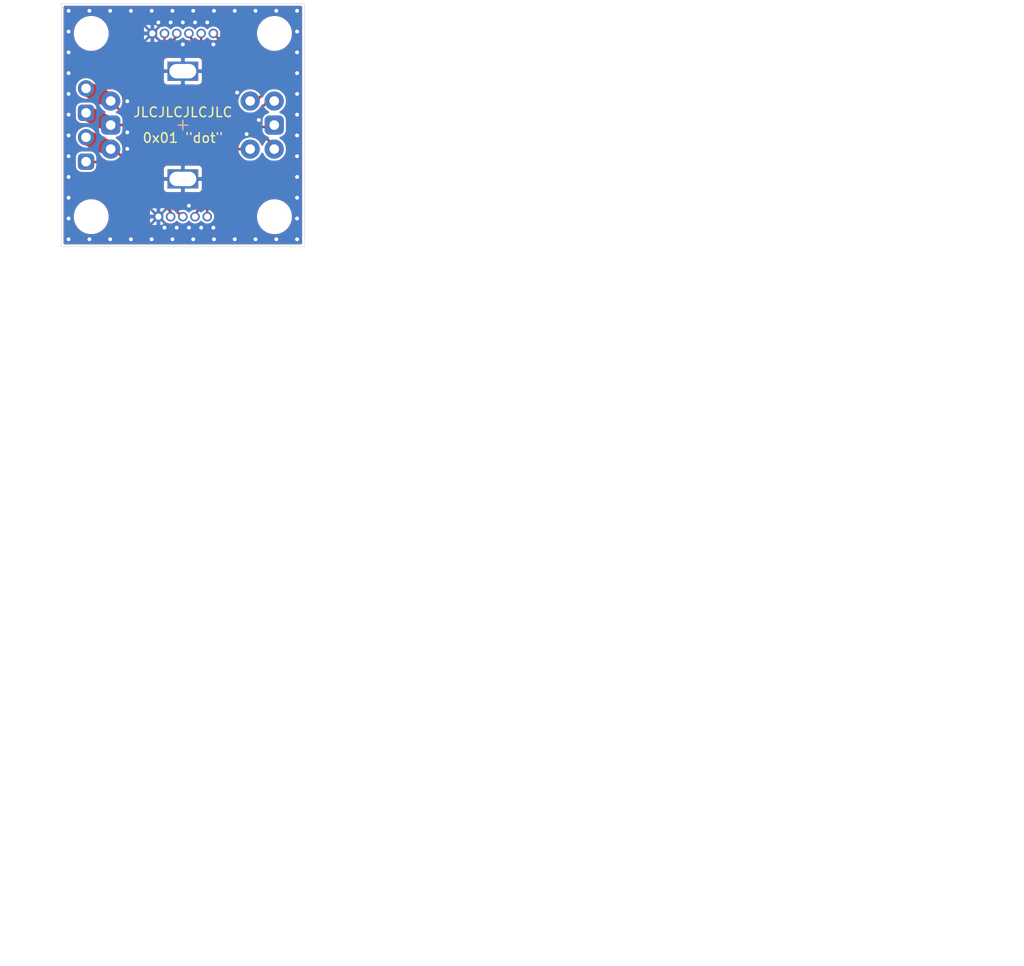
<source format=kicad_pcb>
(kicad_pcb (version 20171130) (host pcbnew 5.99.0+really5.1.10+dfsg1-1)

  (general
    (thickness 1.6)
    (drawings 10)
    (tracks 237)
    (zones 0)
    (modules 8)
    (nets 11)
  )

  (page A4)
  (layers
    (0 F.Cu signal)
    (31 B.Cu signal)
    (32 B.Adhes user)
    (33 F.Adhes user)
    (34 B.Paste user)
    (35 F.Paste user)
    (36 B.SilkS user)
    (37 F.SilkS user)
    (38 B.Mask user)
    (39 F.Mask user)
    (40 Dwgs.User user)
    (41 Cmts.User user)
    (42 Eco1.User user)
    (43 Eco2.User user)
    (44 Edge.Cuts user)
    (45 Margin user)
    (46 B.CrtYd user)
    (47 F.CrtYd user)
    (48 B.Fab user)
    (49 F.Fab user)
  )

  (setup
    (last_trace_width 0.254)
    (user_trace_width 0.254)
    (user_trace_width 0.381)
    (user_trace_width 0.508)
    (user_trace_width 0.762)
    (user_trace_width 1.6002)
    (trace_clearance 0.2032)
    (zone_clearance 0.2159)
    (zone_45_only no)
    (trace_min 0.254)
    (via_size 0.8)
    (via_drill 0.4)
    (via_min_size 0.4064)
    (via_min_drill 0.3)
    (uvia_size 0.3)
    (uvia_drill 0.1)
    (uvias_allowed no)
    (uvia_min_size 0.2032)
    (uvia_min_drill 0.1)
    (edge_width 0.05)
    (segment_width 0.2)
    (pcb_text_width 0.3)
    (pcb_text_size 1.5 1.5)
    (mod_edge_width 0.12)
    (mod_text_size 1 1)
    (mod_text_width 0.15)
    (pad_size 3.200001 2)
    (pad_drill 2.799999)
    (pad_to_mask_clearance 0)
    (aux_axis_origin 0 0)
    (visible_elements FFF8FF7F)
    (pcbplotparams
      (layerselection 0x010fc_ffffffff)
      (usegerberextensions true)
      (usegerberattributes true)
      (usegerberadvancedattributes true)
      (creategerberjobfile false)
      (excludeedgelayer true)
      (linewidth 0.150000)
      (plotframeref false)
      (viasonmask false)
      (mode 1)
      (useauxorigin false)
      (hpglpennumber 1)
      (hpglpenspeed 20)
      (hpglpendiameter 15.000000)
      (psnegative false)
      (psa4output false)
      (plotreference true)
      (plotvalue true)
      (plotinvisibletext false)
      (padsonsilk false)
      (subtractmaskfromsilk true)
      (outputformat 1)
      (mirror false)
      (drillshape 0)
      (scaleselection 1)
      (outputdirectory "dot/"))
  )

  (net 0 "")
  (net 1 K_GND)
  (net 2 "Net-(J_1-Pad6)")
  (net 3 "Net-(J_1-Pad5)")
  (net 4 "Net-(J_1-Pad4)")
  (net 5 "Net-(J_1-Pad3)")
  (net 6 "Net-(J_1-Pad2)")
  (net 7 "Net-(J_2-Pad5)")
  (net 8 "Net-(J_2-Pad4)")
  (net 9 "Net-(J_2-Pad3)")
  (net 10 "Net-(J_2-Pad2)")

  (net_class Default "This is the default net class."
    (clearance 0.2032)
    (trace_width 0.254)
    (via_dia 0.8)
    (via_drill 0.4)
    (uvia_dia 0.3)
    (uvia_drill 0.1)
    (diff_pair_width 0.254)
    (diff_pair_gap 0.25)
    (add_net K_GND)
    (add_net "Net-(J_1-Pad2)")
    (add_net "Net-(J_1-Pad3)")
    (add_net "Net-(J_1-Pad4)")
    (add_net "Net-(J_1-Pad5)")
    (add_net "Net-(J_1-Pad6)")
    (add_net "Net-(J_2-Pad2)")
    (add_net "Net-(J_2-Pad3)")
    (add_net "Net-(J_2-Pad4)")
    (add_net "Net-(J_2-Pad5)")
  )

  (module double_encoder:double_encoder (layer F.Cu) (tedit 60CC31FC) (tstamp 60B52026)
    (at 12.6365 12.6365)
    (descr "Alps rotary encoder, EC12E... with switch, vertical shaft, http://www.alps.com/prod/info/E/HTML/Encoder/Incremental/EC11/EC11E15204A3.html")
    (tags "rotary encoder")
    (path /60B7A0C3/60B86EB0)
    (fp_text reference SW_1 (at -4.7 -7.2) (layer F.SilkS) hide
      (effects (font (size 1 1) (thickness 0.15)))
    )
    (fp_text value Double_rotary_Encoder_Switch (at 0 7.9) (layer F.Fab)
      (effects (font (size 1 1) (thickness 0.15)))
    )
    (fp_line (start -0.5 0) (end 0.5 0) (layer F.SilkS) (width 0.12))
    (fp_line (start 0 -0.5) (end 0 0.5) (layer B.SilkS) (width 0.12))
    (fp_line (start 11 7.1) (end -9 7.1) (layer F.CrtYd) (width 0.05))
    (fp_line (start 11 7.1) (end 11 -7.1) (layer F.CrtYd) (width 0.05))
    (fp_line (start -9 -7.1) (end -9 7.1) (layer F.CrtYd) (width 0.05))
    (fp_line (start -9 -7.1) (end 11 -7.1) (layer F.CrtYd) (width 0.05))
    (fp_line (start -5 -5.8) (end 6 -5.8) (layer F.Fab) (width 0.12))
    (fp_line (start 6 -5.8) (end 6 5.8) (layer F.Fab) (width 0.12))
    (fp_line (start 6 5.8) (end -6 5.8) (layer F.Fab) (width 0.12))
    (fp_line (start -6 5.8) (end -6 -4.7) (layer F.Fab) (width 0.12))
    (fp_line (start -6 -4.7) (end -5 -5.8) (layer F.Fab) (width 0.12))
    (fp_line (start 0 -3.5) (end 0 3.5) (layer F.Fab) (width 0.12))
    (fp_line (start -3.5 0) (end 3.5 0) (layer F.Fab) (width 0.12))
    (fp_line (start 0 -0.5) (end 0 0.5) (layer F.SilkS) (width 0.12))
    (fp_line (start -0.5 0) (end 0.5 0) (layer B.SilkS) (width 0.12))
    (fp_text user %R (at 3.6 3.8) (layer F.Fab)
      (effects (font (size 1 1) (thickness 0.15)))
    )
    (pad c thru_hole roundrect (at 9.5 0) (size 2 2) (drill 1) (layers *.Cu *.Mask) (roundrect_rratio 0.25)
      (net 3 "Net-(J_1-Pad5)"))
    (pad b thru_hole circle (at 9.5 2.5) (size 2 2) (drill 1) (layers *.Cu *.Mask)
      (net 4 "Net-(J_1-Pad4)"))
    (pad a thru_hole circle (at 9.5 -2.5) (size 2 2) (drill 1) (layers *.Cu *.Mask)
      (net 2 "Net-(J_1-Pad6)"))
    (pad S1 thru_hole circle (at 7 2.5) (size 2 2) (drill 1) (layers *.Cu *.Mask)
      (net 5 "Net-(J_1-Pad3)"))
    (pad S2 thru_hole circle (at 7 -2.5) (size 2 2) (drill 1) (layers *.Cu *.Mask)
      (net 6 "Net-(J_1-Pad2)"))
    (pad MP thru_hole rect (at 0 5.6) (size 3.200001 2) (drill oval 2.799999 1.5) (layers *.Cu *.Mask))
    (pad MP thru_hole rect (at 0 -5.6) (size 3.200001 2) (drill oval 2.799999 1.5) (layers *.Cu *.Mask))
    (pad B thru_hole circle (at -7.5 2.5) (size 2 2) (drill 1) (layers *.Cu *.Mask)
      (net 9 "Net-(J_2-Pad3)"))
    (pad C thru_hole roundrect (at -7.5 0) (size 2 2) (drill 1) (layers *.Cu *.Mask) (roundrect_rratio 0.25)
      (net 8 "Net-(J_2-Pad4)"))
    (pad A thru_hole circle (at -7.5 -2.5) (size 2 2) (drill 1) (layers *.Cu *.Mask)
      (net 7 "Net-(J_2-Pad5)"))
    (model ${KISYS3DMOD}/Rotary_Encoder.3dshapes/RotaryEncoder_Alps_EC11E-Switch_Vertical_H20mm.wrl
      (at (xyz 0 0 0))
      (scale (xyz 1 1 1))
      (rotate (xyz 0 0 0))
    )
  )

  (module Connector_PinHeader_2.54mm:PinHeader_1x04_P2.54mm_Vertical (layer F.Cu) (tedit 60B54628) (tstamp 60B5203E)
    (at 2.573 8.8265)
    (descr "Through hole straight pin header, 1x04, 2.54mm pitch, single row")
    (tags "Through hole pin header THT 1x04 2.54mm single row")
    (path /60B7A0C3/60B86EB6)
    (fp_text reference SW_2 (at 0 -2.33) (layer F.SilkS) hide
      (effects (font (size 1 1) (thickness 0.15)))
    )
    (fp_text value analog_encoder (at 0 9.95) (layer F.Fab)
      (effects (font (size 1 1) (thickness 0.15)))
    )
    (fp_line (start 1.8 -1.8) (end -1.8 -1.8) (layer F.CrtYd) (width 0.05))
    (fp_line (start 1.8 9.4) (end 1.8 -1.8) (layer F.CrtYd) (width 0.05))
    (fp_line (start -1.8 9.4) (end 1.8 9.4) (layer F.CrtYd) (width 0.05))
    (fp_line (start -1.8 -1.8) (end -1.8 9.4) (layer F.CrtYd) (width 0.05))
    (fp_line (start -1.27 -0.635) (end -0.635 -1.27) (layer F.Fab) (width 0.1))
    (fp_line (start -1.27 8.89) (end -1.27 -0.635) (layer F.Fab) (width 0.1))
    (fp_line (start 1.27 8.89) (end -1.27 8.89) (layer F.Fab) (width 0.1))
    (fp_line (start 1.27 -1.27) (end 1.27 8.89) (layer F.Fab) (width 0.1))
    (fp_line (start -0.635 -1.27) (end 1.27 -1.27) (layer F.Fab) (width 0.1))
    (fp_text user %R (at 0 3.81 90) (layer F.Fab)
      (effects (font (size 1 1) (thickness 0.15)))
    )
    (pad 4 thru_hole roundrect (at 0 7.62) (size 1.7 1.7) (drill 1) (layers *.Cu *.Mask) (roundrect_rratio 0.25)
      (net 10 "Net-(J_2-Pad2)"))
    (pad 3 thru_hole oval (at 0 5.08) (size 1.7 1.7) (drill 1) (layers *.Cu *.Mask)
      (net 9 "Net-(J_2-Pad3)"))
    (pad 2 thru_hole roundrect (at 0 2.54) (size 1.7 1.7) (drill 1) (layers *.Cu *.Mask) (roundrect_rratio 0.25)
      (net 8 "Net-(J_2-Pad4)"))
    (pad 1 thru_hole circle (at 0 0) (size 1.7 1.7) (drill 1) (layers *.Cu *.Mask)
      (net 7 "Net-(J_2-Pad5)"))
    (model ${KISYS3DMOD}/Connector_PinHeader_2.54mm.3dshapes/PinHeader_1x04_P2.54mm_Vertical.wrl
      (at (xyz 0 0 0))
      (scale (xyz 1 1 1))
      (rotate (xyz 0 0 0))
    )
  )

  (module Connector_PinHeader_1.27mm:PinHeader_1x05_P1.27mm_Vertical (layer F.Cu) (tedit 60B5460B) (tstamp 60B63C06)
    (at 10.0965 22.1615 90)
    (descr "Through hole straight pin header, 1x05, 1.27mm pitch, single row")
    (tags "Through hole pin header THT 1x05 1.27mm single row")
    (path /60B7A0C3/60C23B1C)
    (fp_text reference J_2 (at 0 -1.695 90) (layer F.SilkS) hide
      (effects (font (size 1 1) (thickness 0.15)))
    )
    (fp_text value Conn_01x05_Male (at 0 6.775 90) (layer F.Fab)
      (effects (font (size 1 1) (thickness 0.15)))
    )
    (fp_line (start 1.55 -1.15) (end -1.55 -1.15) (layer F.CrtYd) (width 0.05))
    (fp_line (start 1.55 6.25) (end 1.55 -1.15) (layer F.CrtYd) (width 0.05))
    (fp_line (start -1.55 6.25) (end 1.55 6.25) (layer F.CrtYd) (width 0.05))
    (fp_line (start -1.55 -1.15) (end -1.55 6.25) (layer F.CrtYd) (width 0.05))
    (fp_line (start -1.05 -0.11) (end -0.525 -0.635) (layer F.Fab) (width 0.1))
    (fp_line (start -1.05 5.715) (end -1.05 -0.11) (layer F.Fab) (width 0.1))
    (fp_line (start 1.05 5.715) (end -1.05 5.715) (layer F.Fab) (width 0.1))
    (fp_line (start 1.05 -0.635) (end 1.05 5.715) (layer F.Fab) (width 0.1))
    (fp_line (start -0.525 -0.635) (end 1.05 -0.635) (layer F.Fab) (width 0.1))
    (fp_text user %R (at 0 2.54 180) (layer F.Fab)
      (effects (font (size 1 1) (thickness 0.15)))
    )
    (pad 5 thru_hole oval (at 0 5.08 90) (size 1 1) (drill 0.65) (layers *.Cu *.Mask)
      (net 7 "Net-(J_2-Pad5)"))
    (pad 4 thru_hole oval (at 0 3.81 90) (size 1 1) (drill 0.65) (layers *.Cu *.Mask)
      (net 8 "Net-(J_2-Pad4)"))
    (pad 3 thru_hole oval (at 0 2.54 90) (size 1 1) (drill 0.65) (layers *.Cu *.Mask)
      (net 9 "Net-(J_2-Pad3)"))
    (pad 2 thru_hole oval (at 0 1.27 90) (size 1 1) (drill 0.65) (layers *.Cu *.Mask)
      (net 10 "Net-(J_2-Pad2)"))
    (pad 1 thru_hole roundrect (at 0 0 90) (size 1 1) (drill 0.65) (layers *.Cu *.Mask) (roundrect_rratio 0.25)
      (net 1 K_GND))
    (model ${KISYS3DMOD}/Connector_PinHeader_1.27mm.3dshapes/PinHeader_1x05_P1.27mm_Vertical.wrl
      (at (xyz 0 0 0))
      (scale (xyz 1 1 1))
      (rotate (xyz 0 0 0))
    )
  )

  (module Connector_PinHeader_1.27mm:PinHeader_1x06_P1.27mm_Vertical (layer F.Cu) (tedit 60B545E2) (tstamp 60B618D4)
    (at 9.4615 3.1115 90)
    (descr "Through hole straight pin header, 1x06, 1.27mm pitch, single row")
    (tags "Through hole pin header THT 1x06 1.27mm single row")
    (path /60B7A0C3/60C246D1)
    (fp_text reference J_1 (at 0 -1.695 90) (layer F.SilkS) hide
      (effects (font (size 1 1) (thickness 0.15)))
    )
    (fp_text value Conn_01x06_Male (at 0 8.045 90) (layer F.Fab) hide
      (effects (font (size 1 1) (thickness 0.15)))
    )
    (fp_line (start 1.55 -1.15) (end -1.55 -1.15) (layer F.CrtYd) (width 0.05))
    (fp_line (start 1.55 7.5) (end 1.55 -1.15) (layer F.CrtYd) (width 0.05))
    (fp_line (start -1.55 7.5) (end 1.55 7.5) (layer F.CrtYd) (width 0.05))
    (fp_line (start -1.55 -1.15) (end -1.55 7.5) (layer F.CrtYd) (width 0.05))
    (fp_line (start -1.05 -0.11) (end -0.525 -0.635) (layer F.Fab) (width 0.1))
    (fp_line (start -1.05 6.985) (end -1.05 -0.11) (layer F.Fab) (width 0.1))
    (fp_line (start 1.05 6.985) (end -1.05 6.985) (layer F.Fab) (width 0.1))
    (fp_line (start 1.05 -0.635) (end 1.05 6.985) (layer F.Fab) (width 0.1))
    (fp_line (start -0.525 -0.635) (end 1.05 -0.635) (layer F.Fab) (width 0.1))
    (fp_text user %R (at 0 3.175 180) (layer F.Fab) hide
      (effects (font (size 1 1) (thickness 0.15)))
    )
    (pad 6 thru_hole oval (at 0 6.35 90) (size 1 1) (drill 0.65) (layers *.Cu *.Mask)
      (net 2 "Net-(J_1-Pad6)"))
    (pad 5 thru_hole oval (at 0 5.08 90) (size 1 1) (drill 0.65) (layers *.Cu *.Mask)
      (net 3 "Net-(J_1-Pad5)"))
    (pad 4 thru_hole oval (at 0 3.81 90) (size 1 1) (drill 0.65) (layers *.Cu *.Mask)
      (net 4 "Net-(J_1-Pad4)"))
    (pad 3 thru_hole oval (at 0 2.54 90) (size 1 1) (drill 0.65) (layers *.Cu *.Mask)
      (net 5 "Net-(J_1-Pad3)"))
    (pad 2 thru_hole oval (at 0 1.27 90) (size 1 1) (drill 0.65) (layers *.Cu *.Mask)
      (net 6 "Net-(J_1-Pad2)"))
    (pad 1 thru_hole roundrect (at 0 0 90) (size 1 1) (drill 0.65) (layers *.Cu *.Mask) (roundrect_rratio 0.25)
      (net 1 K_GND))
    (model ${KISYS3DMOD}/Connector_PinHeader_1.27mm.3dshapes/PinHeader_1x06_P1.27mm_Vertical.wrl
      (at (xyz 0 0 0))
      (scale (xyz 1 1 1))
      (rotate (xyz 0 0 0))
    )
  )

  (module MountingHole:MountingHole_3.2mm_M3 (layer F.Cu) (tedit 56D1B4CB) (tstamp 60B5E29D)
    (at 22.1615 3.1115)
    (descr "Mounting Hole 3.2mm, no annular, M3")
    (tags "mounting hole 3.2mm no annular m3")
    (attr virtual)
    (fp_text reference REF** (at 0 -4.2) (layer F.SilkS) hide
      (effects (font (size 1 1) (thickness 0.15)))
    )
    (fp_text value MountingHole_3.2mm_M3 (at 0 4.2) (layer F.Fab)
      (effects (font (size 1 1) (thickness 0.15)))
    )
    (fp_circle (center 0 0) (end 3.45 0) (layer F.CrtYd) (width 0.05))
    (fp_circle (center 0 0) (end 3.2 0) (layer Cmts.User) (width 0.15))
    (fp_text user %R (at 0.3 0) (layer F.Fab)
      (effects (font (size 1 1) (thickness 0.15)))
    )
    (pad 1 np_thru_hole circle (at 0 0) (size 3.2 3.2) (drill 3.2) (layers *.Cu *.Mask))
  )

  (module MountingHole:MountingHole_3.2mm_M3 (layer F.Cu) (tedit 56D1B4CB) (tstamp 60B5E296)
    (at 3.1115 3.1115)
    (descr "Mounting Hole 3.2mm, no annular, M3")
    (tags "mounting hole 3.2mm no annular m3")
    (attr virtual)
    (fp_text reference REF** (at 0 -4.2) (layer F.SilkS) hide
      (effects (font (size 1 1) (thickness 0.15)))
    )
    (fp_text value MountingHole_3.2mm_M3 (at 0 4.2) (layer F.Fab)
      (effects (font (size 1 1) (thickness 0.15)))
    )
    (fp_circle (center 0 0) (end 3.45 0) (layer F.CrtYd) (width 0.05))
    (fp_circle (center 0 0) (end 3.2 0) (layer Cmts.User) (width 0.15))
    (fp_text user %R (at 0.3 0) (layer F.Fab)
      (effects (font (size 1 1) (thickness 0.15)))
    )
    (pad 1 np_thru_hole circle (at 0 0) (size 3.2 3.2) (drill 3.2) (layers *.Cu *.Mask))
  )

  (module MountingHole:MountingHole_3.2mm_M3 (layer F.Cu) (tedit 56D1B4CB) (tstamp 60B5E260)
    (at 3.1115 22.1615)
    (descr "Mounting Hole 3.2mm, no annular, M3")
    (tags "mounting hole 3.2mm no annular m3")
    (attr virtual)
    (fp_text reference REF** (at 0 -4.2) (layer F.SilkS) hide
      (effects (font (size 1 1) (thickness 0.15)))
    )
    (fp_text value MountingHole_3.2mm_M3 (at 0 4.2) (layer F.Fab)
      (effects (font (size 1 1) (thickness 0.15)))
    )
    (fp_circle (center 0 0) (end 3.45 0) (layer F.CrtYd) (width 0.05))
    (fp_circle (center 0 0) (end 3.2 0) (layer Cmts.User) (width 0.15))
    (fp_text user %R (at 0.3 0) (layer F.Fab)
      (effects (font (size 1 1) (thickness 0.15)))
    )
    (pad 1 np_thru_hole circle (at 0 0) (size 3.2 3.2) (drill 3.2) (layers *.Cu *.Mask))
  )

  (module MountingHole:MountingHole_3.2mm_M3 (layer F.Cu) (tedit 56D1B4CB) (tstamp 60B5E251)
    (at 22.1615 22.1615)
    (descr "Mounting Hole 3.2mm, no annular, M3")
    (tags "mounting hole 3.2mm no annular m3")
    (attr virtual)
    (fp_text reference REF** (at 0 -4.2) (layer F.SilkS) hide
      (effects (font (size 1 1) (thickness 0.15)))
    )
    (fp_text value MountingHole_3.2mm_M3 (at 0 4.2) (layer F.Fab)
      (effects (font (size 1 1) (thickness 0.15)))
    )
    (fp_circle (center 0 0) (end 3.45 0) (layer F.CrtYd) (width 0.05))
    (fp_circle (center 0 0) (end 3.2 0) (layer Cmts.User) (width 0.15))
    (fp_text user %R (at 0.3 0) (layer F.Fab)
      (effects (font (size 1 1) (thickness 0.15)))
    )
    (pad 1 np_thru_hole circle (at 0 0) (size 3.2 3.2) (drill 3.2) (layers *.Cu *.Mask))
  )

  (gr_line (start 0 0) (end 100.0125 0) (layer Dwgs.User) (width 0.15))
  (gr_line (start 0 99.949) (end 0 0) (layer Dwgs.User) (width 0.15))
  (gr_text JLCJLCJLCJLC (at 12.6365 11.303) (layer F.SilkS)
    (effects (font (size 1 1) (thickness 0.15)))
  )
  (gr_text "0x01 \"dot\"" (at 12.6365 13.97) (layer F.SilkS)
    (effects (font (size 1 1) (thickness 0.15)))
  )
  (gr_line (start 0 25.273) (end 0 0) (layer Edge.Cuts) (width 0.05) (tstamp 60B5E2E7))
  (gr_line (start 25.273 25.273) (end 0 25.273) (layer Edge.Cuts) (width 0.05))
  (gr_line (start 25.273 0) (end 25.273 25.273) (layer Edge.Cuts) (width 0.05))
  (gr_line (start 0 0) (end 25.273 0) (layer Edge.Cuts) (width 0.05))
  (gr_line (start 100.0125 0) (end 100.0125 100.0125) (layer Dwgs.User) (width 0.15))
  (gr_line (start 100.0125 100.0125) (end 0 99.949) (layer Dwgs.User) (width 0.15))

  (via (at 0.762 24.511) (size 0.8) (drill 0.4) (layers F.Cu B.Cu) (net 1) (tstamp 60B656FF))
  (via (at 0.762 11.557) (size 0.8) (drill 0.4) (layers F.Cu B.Cu) (net 1) (tstamp 60B65700))
  (via (at 0.762 13.716) (size 0.8) (drill 0.4) (layers F.Cu B.Cu) (net 1) (tstamp 60B65701))
  (via (at 0.762 7.239) (size 0.8) (drill 0.4) (layers F.Cu B.Cu) (net 1) (tstamp 60B65702))
  (via (at 0.762 22.352) (size 0.8) (drill 0.4) (layers F.Cu B.Cu) (net 1) (tstamp 60B65703))
  (via (at 0.762 20.193) (size 0.8) (drill 0.4) (layers F.Cu B.Cu) (net 1) (tstamp 60B65704))
  (via (at 0.762 5.08) (size 0.8) (drill 0.4) (layers F.Cu B.Cu) (net 1) (tstamp 60B65705))
  (via (at 0.762 18.034) (size 0.8) (drill 0.4) (layers F.Cu B.Cu) (net 1) (tstamp 60B65706))
  (via (at 0.762 2.921) (size 0.8) (drill 0.4) (layers F.Cu B.Cu) (net 1) (tstamp 60B65707))
  (via (at 0.762 15.875) (size 0.8) (drill 0.4) (layers F.Cu B.Cu) (net 1) (tstamp 60B65708))
  (via (at 0.762 9.398) (size 0.8) (drill 0.4) (layers F.Cu B.Cu) (net 1) (tstamp 60B65709))
  (via (at 24.511 24.511) (size 0.8) (drill 0.4) (layers F.Cu B.Cu) (net 1) (tstamp 60B656FF))
  (via (at 11.557 24.511) (size 0.8) (drill 0.4) (layers F.Cu B.Cu) (net 1) (tstamp 60B65700))
  (via (at 13.716 24.511) (size 0.8) (drill 0.4) (layers F.Cu B.Cu) (net 1) (tstamp 60B65701))
  (via (at 7.239 24.511) (size 0.8) (drill 0.4) (layers F.Cu B.Cu) (net 1) (tstamp 60B65702))
  (via (at 22.352 24.511) (size 0.8) (drill 0.4) (layers F.Cu B.Cu) (net 1) (tstamp 60B65703))
  (via (at 20.193 24.511) (size 0.8) (drill 0.4) (layers F.Cu B.Cu) (net 1) (tstamp 60B65704))
  (via (at 5.08 24.511) (size 0.8) (drill 0.4) (layers F.Cu B.Cu) (net 1) (tstamp 60B65705))
  (via (at 18.034 24.511) (size 0.8) (drill 0.4) (layers F.Cu B.Cu) (net 1) (tstamp 60B65706))
  (via (at 2.921 24.511) (size 0.8) (drill 0.4) (layers F.Cu B.Cu) (net 1) (tstamp 60B65707))
  (via (at 15.875 24.511) (size 0.8) (drill 0.4) (layers F.Cu B.Cu) (net 1) (tstamp 60B65708))
  (via (at 9.398 24.511) (size 0.8) (drill 0.4) (layers F.Cu B.Cu) (net 1) (tstamp 60B65709))
  (via (at 24.511 13.716) (size 0.8) (drill 0.4) (layers F.Cu B.Cu) (net 1) (tstamp 60B65700))
  (via (at 24.511 11.557) (size 0.8) (drill 0.4) (layers F.Cu B.Cu) (net 1) (tstamp 60B65701))
  (via (at 24.511 18.034) (size 0.8) (drill 0.4) (layers F.Cu B.Cu) (net 1) (tstamp 60B65702))
  (via (at 24.511 2.921) (size 0.8) (drill 0.4) (layers F.Cu B.Cu) (net 1) (tstamp 60B65703))
  (via (at 24.511 5.08) (size 0.8) (drill 0.4) (layers F.Cu B.Cu) (net 1) (tstamp 60B65704))
  (via (at 24.511 20.193) (size 0.8) (drill 0.4) (layers F.Cu B.Cu) (net 1) (tstamp 60B65705))
  (via (at 24.511 7.239) (size 0.8) (drill 0.4) (layers F.Cu B.Cu) (net 1) (tstamp 60B65706))
  (via (at 24.511 22.352) (size 0.8) (drill 0.4) (layers F.Cu B.Cu) (net 1) (tstamp 60B65707))
  (via (at 24.511 9.398) (size 0.8) (drill 0.4) (layers F.Cu B.Cu) (net 1) (tstamp 60B65708))
  (via (at 24.511 15.875) (size 0.8) (drill 0.4) (layers F.Cu B.Cu) (net 1) (tstamp 60B65709))
  (via (at 15.8115 4.2545) (size 0.8) (drill 0.4) (layers F.Cu B.Cu) (net 1))
  (via (at 13.2715 21.0185) (size 0.8) (drill 0.4) (layers F.Cu B.Cu) (net 1))
  (via (at 12.6365 4.2545) (size 0.8) (drill 0.4) (layers F.Cu B.Cu) (net 1))
  (via (at 13.2715 23.3045) (size 0.8) (drill 0.4) (layers F.Cu B.Cu) (net 1))
  (via (at 12.0015 23.3045) (size 0.8) (drill 0.4) (layers F.Cu B.Cu) (net 1))
  (via (at 14.5415 23.3045) (size 0.8) (drill 0.4) (layers F.Cu B.Cu) (net 1))
  (via (at 15.8115 23.3045) (size 0.8) (drill 0.4) (layers F.Cu B.Cu) (net 1))
  (via (at 10.7315 23.3045) (size 0.8) (drill 0.4) (layers F.Cu B.Cu) (net 1))
  (via (at 12.6365 1.9685) (size 0.8) (drill 0.4) (layers F.Cu B.Cu) (net 1))
  (via (at 11.3665 1.9685) (size 0.8) (drill 0.4) (layers F.Cu B.Cu) (net 1))
  (via (at 10.0965 1.9685) (size 0.8) (drill 0.4) (layers F.Cu B.Cu) (net 1))
  (via (at 13.9065 1.9685) (size 0.8) (drill 0.4) (layers F.Cu B.Cu) (net 1))
  (via (at 15.1765 1.9685) (size 0.8) (drill 0.4) (layers F.Cu B.Cu) (net 1))
  (via (at 0.762 0.762) (size 0.8) (drill 0.4) (layers F.Cu B.Cu) (net 1))
  (via (at 24.511 0.762) (size 0.8) (drill 0.4) (layers F.Cu B.Cu) (net 1))
  (via (at 22.352 0.762) (size 0.8) (drill 0.4) (layers F.Cu B.Cu) (net 1))
  (via (at 20.193 0.762) (size 0.8) (drill 0.4) (layers F.Cu B.Cu) (net 1))
  (via (at 18.034 0.762) (size 0.8) (drill 0.4) (layers F.Cu B.Cu) (net 1))
  (via (at 15.875 0.762) (size 0.8) (drill 0.4) (layers F.Cu B.Cu) (net 1))
  (via (at 13.716 0.762) (size 0.8) (drill 0.4) (layers F.Cu B.Cu) (net 1))
  (via (at 11.557 0.762) (size 0.8) (drill 0.4) (layers F.Cu B.Cu) (net 1))
  (via (at 9.398 0.762) (size 0.8) (drill 0.4) (layers F.Cu B.Cu) (net 1))
  (via (at 7.239 0.762) (size 0.8) (drill 0.4) (layers F.Cu B.Cu) (net 1))
  (via (at 5.08 0.762) (size 0.8) (drill 0.4) (layers F.Cu B.Cu) (net 1))
  (via (at 2.921 0.762) (size 0.8) (drill 0.4) (layers F.Cu B.Cu) (net 1))
  (via (at 6.858 10.16) (size 0.8) (drill 0.4) (layers F.Cu B.Cu) (net 1))
  (via (at 6.858 15.113) (size 0.8) (drill 0.4) (layers F.Cu B.Cu) (net 1))
  (via (at 6.858 13.3985) (size 0.8) (drill 0.4) (layers F.Cu B.Cu) (net 1))
  (segment (start 9.4615 0.8255) (end 9.398 0.762) (width 0.254) (layer F.Cu) (net 1))
  (segment (start 9.4615 3.1115) (end 9.4615 0.8255) (width 0.254) (layer F.Cu) (net 1))
  (segment (start 7.239 3.1115) (end 9.4615 3.1115) (width 0.254) (layer F.Cu) (net 1))
  (segment (start 7.239 0.762) (end 7.239 3.1115) (width 0.254) (layer F.Cu) (net 1))
  (segment (start 7.239 0.889) (end 9.4615 3.1115) (width 0.254) (layer F.Cu) (net 1))
  (segment (start 7.239 0.762) (end 7.239 0.889) (width 0.254) (layer F.Cu) (net 1))
  (segment (start 6.858 5.715) (end 9.4615 3.1115) (width 0.254) (layer F.Cu) (net 1))
  (segment (start 9.4615 0.8255) (end 9.398 0.762) (width 0.254) (layer B.Cu) (net 1))
  (segment (start 9.4615 3.1115) (end 9.4615 0.8255) (width 0.254) (layer B.Cu) (net 1))
  (segment (start 7.239 3.1115) (end 9.4615 3.1115) (width 0.254) (layer B.Cu) (net 1))
  (segment (start 7.239 0.762) (end 7.239 3.1115) (width 0.254) (layer B.Cu) (net 1))
  (segment (start 7.239 0.889) (end 9.4615 3.1115) (width 0.254) (layer B.Cu) (net 1))
  (segment (start 7.239 0.762) (end 7.239 0.889) (width 0.254) (layer B.Cu) (net 1))
  (segment (start 6.858 5.715) (end 9.4615 3.1115) (width 0.254) (layer B.Cu) (net 1))
  (segment (start 6.858 10.16) (end 6.858 5.715) (width 0.254) (layer B.Cu) (net 1))
  (segment (start 10.0965 22.1615) (end 8.4575 20.5225) (width 0.254) (layer B.Cu) (net 1))
  (segment (start 10.0965 22.1615) (end 10.0965 18.8835) (width 0.254) (layer B.Cu) (net 1))
  (segment (start 10.0965 23.8125) (end 9.398 24.511) (width 0.254) (layer B.Cu) (net 1))
  (segment (start 10.0965 22.1615) (end 10.0965 23.8125) (width 0.254) (layer B.Cu) (net 1))
  (segment (start 11.2395 23.3045) (end 10.0965 22.1615) (width 0.254) (layer B.Cu) (net 1))
  (segment (start 12.0015 23.3045) (end 11.2395 23.3045) (width 0.254) (layer B.Cu) (net 1))
  (segment (start 7.239 22.1615) (end 10.0965 22.1615) (width 0.254) (layer B.Cu) (net 1))
  (segment (start 7.747 24.511) (end 10.0965 22.1615) (width 0.254) (layer B.Cu) (net 1))
  (segment (start 7.239 24.511) (end 7.747 24.511) (width 0.254) (layer B.Cu) (net 1))
  (segment (start 10.0965 23.8125) (end 9.398 24.511) (width 0.254) (layer F.Cu) (net 1))
  (segment (start 10.0965 22.1615) (end 10.0965 23.8125) (width 0.254) (layer F.Cu) (net 1))
  (segment (start 7.239 22.1615) (end 10.0965 22.1615) (width 0.254) (layer F.Cu) (net 1))
  (segment (start 7.239 24.511) (end 7.239 22.1615) (width 0.254) (layer F.Cu) (net 1))
  (segment (start 7.747 24.511) (end 10.0965 22.1615) (width 0.254) (layer F.Cu) (net 1))
  (segment (start 7.239 24.511) (end 7.747 24.511) (width 0.254) (layer F.Cu) (net 1))
  (segment (start 8.65124 20.71624) (end 10.0965 22.1615) (width 0.254) (layer F.Cu) (net 1))
  (segment (start 11.2395 23.3045) (end 10.0965 22.1615) (width 0.254) (layer F.Cu) (net 1))
  (segment (start 12.0015 23.3045) (end 11.2395 23.3045) (width 0.254) (layer F.Cu) (net 1))
  (segment (start 7.239 24.511) (end 9.398 24.511) (width 0.254) (layer F.Cu) (net 1))
  (segment (start 10.6045 23.3045) (end 9.398 24.511) (width 0.254) (layer F.Cu) (net 1))
  (segment (start 10.7315 23.3045) (end 10.6045 23.3045) (width 0.254) (layer F.Cu) (net 1))
  (segment (start 10.7315 23.3045) (end 12.0015 23.3045) (width 0.254) (layer F.Cu) (net 1))
  (segment (start 7.239 5.334) (end 6.858 5.715) (width 0.254) (layer F.Cu) (net 1))
  (segment (start 7.239 3.1115) (end 7.239 5.334) (width 0.254) (layer F.Cu) (net 1))
  (segment (start 7.239 21.741) (end 8.4575 20.5225) (width 0.254) (layer B.Cu) (net 1))
  (segment (start 7.239 22.62124) (end 7.239 21.741) (width 0.254) (layer B.Cu) (net 1))
  (segment (start 7.239 24.511) (end 7.239 22.62124) (width 0.254) (layer B.Cu) (net 1))
  (segment (start 7.239 22.62124) (end 7.239 22.1615) (width 0.254) (layer B.Cu) (net 1))
  (segment (start 8.45693 20.52193) (end 8.65124 20.71624) (width 0.254) (layer F.Cu) (net 1))
  (segment (start 8.45439 20.52193) (end 8.45693 20.52193) (width 0.254) (layer F.Cu) (net 1))
  (segment (start 7.239 21.73732) (end 8.45439 20.52193) (width 0.254) (layer F.Cu) (net 1))
  (segment (start 7.239 22.1615) (end 7.239 21.73732) (width 0.254) (layer F.Cu) (net 1))
  (segment (start 9.398 0.762) (end 7.239 0.762) (width 0.254) (layer F.Cu) (net 1))
  (segment (start 10.0965 1.4605) (end 9.398 0.762) (width 0.254) (layer F.Cu) (net 1))
  (segment (start 10.0965 1.9685) (end 10.0965 1.4605) (width 0.254) (layer F.Cu) (net 1))
  (segment (start 10.60958 4.25958) (end 9.4615 3.1115) (width 0.254) (layer B.Cu) (net 1))
  (segment (start 12.6365 4.25958) (end 10.60958 4.25958) (width 0.254) (layer B.Cu) (net 1))
  (segment (start 6.858 10.16) (end 6.858 5.715) (width 0.254) (layer F.Cu) (net 1))
  (segment (start 6.858 15.82928) (end 6.858 15.113) (width 0.254) (layer F.Cu) (net 1))
  (segment (start 12.04722 21.0185) (end 6.858 15.82928) (width 0.254) (layer F.Cu) (net 1))
  (segment (start 13.2715 21.0185) (end 12.04722 21.0185) (width 0.254) (layer F.Cu) (net 1))
  (segment (start 6.858 10.16) (end 6.858 10.17778) (width 0.254) (layer F.Cu) (net 1))
  (segment (start 16.36522 1.9685) (end 15.1765 1.9685) (width 0.254) (layer F.Cu) (net 1))
  (segment (start 18.28038 3.88366) (end 16.36522 1.9685) (width 0.254) (layer F.Cu) (net 1))
  (segment (start 18.28038 9.25576) (end 18.28038 3.88366) (width 0.254) (layer F.Cu) (net 1))
  (segment (start 18.28292 9.2583) (end 18.28038 9.25576) (width 0.254) (layer F.Cu) (net 1))
  (via (at 18.28292 9.2583) (size 0.8) (drill 0.4) (layers F.Cu B.Cu) (net 1))
  (segment (start 19.86534 7.67588) (end 18.28292 9.2583) (width 0.254) (layer F.Cu) (net 1))
  (segment (start 22.7838 7.67588) (end 19.86534 7.67588) (width 0.254) (layer F.Cu) (net 1))
  (segment (start 23.022421 17.178159) (end 24.37384 15.82674) (width 0.254) (layer F.Cu) (net 1))
  (segment (start 17.164021 17.178159) (end 23.022421 17.178159) (width 0.254) (layer F.Cu) (net 1))
  (segment (start 24.37384 15.82674) (end 24.37384 9.26592) (width 0.254) (layer F.Cu) (net 1))
  (segment (start 24.37384 9.26592) (end 22.7838 7.67588) (width 0.254) (layer F.Cu) (net 1))
  (segment (start 17.40916 21.70684) (end 15.8115 23.3045) (width 0.254) (layer F.Cu) (net 1))
  (segment (start 17.40916 17.423298) (end 17.40916 21.70684) (width 0.254) (layer F.Cu) (net 1))
  (segment (start 17.164021 17.178159) (end 17.40916 17.423298) (width 0.254) (layer F.Cu) (net 1))
  (segment (start 9.4615 3.1115) (end 9.4615 7.0365) (width 0.254) (layer B.Cu) (net 1))
  (segment (start 10.0965 22.1615) (end 10.0965 21.16328) (width 0.254) (layer F.Cu) (net 1))
  (segment (start 9.45515 20.52193) (end 8.45439 20.52193) (width 0.254) (layer F.Cu) (net 1))
  (segment (start 10.0965 21.16328) (end 9.45515 20.52193) (width 0.254) (layer F.Cu) (net 1))
  (segment (start 10.3505 2.2225) (end 9.4615 3.1115) (width 0.254) (layer F.Cu) (net 1))
  (segment (start 10.0965 1.9685) (end 10.3505 2.2225) (width 0.254) (layer F.Cu) (net 1))
  (segment (start 10.3505 2.2225) (end 9.4615 3.1115) (width 0.254) (layer B.Cu) (net 1))
  (segment (start 10.0965 1.9685) (end 10.3505 2.2225) (width 0.254) (layer B.Cu) (net 1))
  (segment (start 9.4615 3.1115) (end 9.4615 4.65836) (width 0.254) (layer F.Cu) (net 1))
  (segment (start 8.29056 5.87502) (end 8.29056 8.304698) (width 0.254) (layer F.Cu) (net 1))
  (segment (start 10.25144 3.91414) (end 8.29056 5.87502) (width 0.254) (layer F.Cu) (net 1))
  (segment (start 10.25144 3.90144) (end 10.25144 3.91414) (width 0.254) (layer F.Cu) (net 1))
  (segment (start 9.4615 3.1115) (end 10.25144 3.90144) (width 0.254) (layer F.Cu) (net 1))
  (segment (start 10.714271 10.728409) (end 17.164021 17.178159) (width 0.254) (layer F.Cu) (net 1))
  (segment (start 8.29056 8.304698) (end 10.714271 10.728409) (width 0.254) (layer F.Cu) (net 1))
  (segment (start 11.705422 11.71956) (end 11.995701 12.009839) (width 0.254) (layer F.Cu) (net 1))
  (segment (start 7.37108 11.71956) (end 11.705422 11.71956) (width 0.254) (layer F.Cu) (net 1))
  (segment (start 6.858 11.20648) (end 7.37108 11.71956) (width 0.254) (layer F.Cu) (net 1))
  (segment (start 6.858 10.16) (end 6.858 11.20648) (width 0.254) (layer F.Cu) (net 1))
  (segment (start 17.09166 5.53466) (end 15.8115 4.2545) (width 0.254) (layer F.Cu) (net 1))
  (segment (start 17.09166 10.12698) (end 17.09166 5.53466) (width 0.254) (layer F.Cu) (net 1))
  (segment (start 18.88998 11.9253) (end 17.09166 10.12698) (width 0.254) (layer F.Cu) (net 1))
  (segment (start 20.3454 11.9253) (end 18.88998 11.9253) (width 0.254) (layer F.Cu) (net 1))
  (segment (start 20.53336 12.11326) (end 20.3454 11.9253) (width 0.254) (layer F.Cu) (net 1))
  (via (at 20.53336 12.11326) (size 0.8) (drill 0.4) (layers F.Cu B.Cu) (net 1))
  (via (at 19.26844 13.57376) (size 0.8) (drill 0.4) (layers F.Cu B.Cu) (net 1))
  (segment (start 9.6647 6.61162) (end 12.02182 4.2545) (width 0.254) (layer F.Cu) (net 1))
  (segment (start 9.6647 7.7343) (end 9.6647 6.61162) (width 0.254) (layer F.Cu) (net 1))
  (segment (start 16.59382 14.66342) (end 9.6647 7.7343) (width 0.254) (layer F.Cu) (net 1))
  (segment (start 12.02182 4.2545) (end 12.6365 4.2545) (width 0.254) (layer F.Cu) (net 1))
  (segment (start 18.17878 14.66342) (end 16.59382 14.66342) (width 0.254) (layer F.Cu) (net 1))
  (segment (start 19.26844 13.57376) (end 18.17878 14.66342) (width 0.254) (layer F.Cu) (net 1))
  (segment (start 11.938 20.32) (end 10.0965 22.1615) (width 0.254) (layer B.Cu) (net 1))
  (segment (start 13.97 21.0185) (end 13.2715 21.0185) (width 0.254) (layer F.Cu) (net 1))
  (segment (start 15.58289 19.40561) (end 13.97 21.0185) (width 0.254) (layer F.Cu) (net 1))
  (segment (start 11.303 13.2715) (end 15.58289 17.55139) (width 0.254) (layer F.Cu) (net 1))
  (segment (start 15.58289 17.55139) (end 15.58289 19.40561) (width 0.254) (layer F.Cu) (net 1))
  (segment (start 6.731 13.2715) (end 11.303 13.2715) (width 0.254) (layer F.Cu) (net 1))
  (segment (start 15.6845 6.5405) (end 13.3985 4.2545) (width 0.254) (layer F.Cu) (net 1))
  (segment (start 13.3985 4.2545) (end 12.6365 4.2545) (width 0.254) (layer F.Cu) (net 1))
  (segment (start 15.6845 10.664352) (end 15.6845 6.5405) (width 0.254) (layer F.Cu) (net 1))
  (segment (start 18.355148 13.335) (end 15.6845 10.664352) (width 0.254) (layer F.Cu) (net 1))
  (segment (start 19.02968 13.335) (end 18.355148 13.335) (width 0.254) (layer F.Cu) (net 1))
  (segment (start 19.26844 13.57376) (end 19.02968 13.335) (width 0.254) (layer F.Cu) (net 1))
  (segment (start 17.54886 4.84886) (end 15.8115 3.1115) (width 0.254) (layer F.Cu) (net 2))
  (segment (start 17.54886 9.93394) (end 17.54886 4.84886) (width 0.254) (layer F.Cu) (net 2))
  (segment (start 19.08302 11.4681) (end 17.54886 9.93394) (width 0.254) (layer F.Cu) (net 2))
  (segment (start 20.18792 11.4681) (end 19.08302 11.4681) (width 0.254) (layer F.Cu) (net 2))
  (segment (start 21.51952 10.1365) (end 20.18792 11.4681) (width 0.254) (layer F.Cu) (net 2))
  (segment (start 22.1365 10.1365) (end 21.51952 10.1365) (width 0.254) (layer F.Cu) (net 2))
  (segment (start 16.62684 6.1087) (end 14.5415 4.02336) (width 0.254) (layer F.Cu) (net 3))
  (segment (start 16.62684 10.30986) (end 16.62684 6.1087) (width 0.254) (layer F.Cu) (net 3))
  (segment (start 18.69948 12.3825) (end 16.62684 10.30986) (width 0.254) (layer F.Cu) (net 3))
  (segment (start 19.76628 12.3825) (end 18.69948 12.3825) (width 0.254) (layer F.Cu) (net 3))
  (segment (start 20.22856 12.84478) (end 19.76628 12.3825) (width 0.254) (layer F.Cu) (net 3))
  (segment (start 14.5415 4.02336) (end 14.5415 3.1115) (width 0.254) (layer F.Cu) (net 3))
  (segment (start 21.92822 12.84478) (end 20.22856 12.84478) (width 0.254) (layer F.Cu) (net 3))
  (segment (start 22.1365 12.6365) (end 21.92822 12.84478) (width 0.254) (layer F.Cu) (net 3))
  (segment (start 13.2715 3.40106) (end 13.2715 3.1115) (width 0.254) (layer F.Cu) (net 4))
  (segment (start 18.50644 12.8397) (end 16.16964 10.5029) (width 0.254) (layer F.Cu) (net 4))
  (segment (start 16.16964 6.2992) (end 13.2715 3.40106) (width 0.254) (layer F.Cu) (net 4))
  (segment (start 16.16964 10.5029) (end 16.16964 6.2992) (width 0.254) (layer F.Cu) (net 4))
  (segment (start 20.03552 13.30198) (end 19.57324 12.8397) (width 0.254) (layer F.Cu) (net 4))
  (segment (start 19.57324 12.8397) (end 18.50644 12.8397) (width 0.254) (layer F.Cu) (net 4))
  (segment (start 20.62734 13.30198) (end 20.03552 13.30198) (width 0.254) (layer F.Cu) (net 4))
  (segment (start 22.1365 14.81114) (end 20.62734 13.30198) (width 0.254) (layer F.Cu) (net 4))
  (segment (start 22.1365 15.1365) (end 22.1365 14.81114) (width 0.254) (layer F.Cu) (net 4))
  (segment (start 16.4192 15.1365) (end 19.6365 15.1365) (width 0.254) (layer F.Cu) (net 5))
  (segment (start 9.2075 7.9248) (end 16.4192 15.1365) (width 0.254) (layer F.Cu) (net 5))
  (segment (start 9.2075 6.25602) (end 9.2075 7.9248) (width 0.254) (layer F.Cu) (net 5))
  (segment (start 12.0015 3.46202) (end 9.2075 6.25602) (width 0.254) (layer F.Cu) (net 5))
  (segment (start 12.0015 3.1115) (end 12.0015 3.46202) (width 0.254) (layer F.Cu) (net 5))
  (segment (start 20.25206 10.1365) (end 19.6365 10.1365) (width 0.254) (layer F.Cu) (net 6))
  (segment (start 21.58492 8.80364) (end 20.25206 10.1365) (width 0.254) (layer F.Cu) (net 6))
  (segment (start 22.70252 8.80364) (end 21.58492 8.80364) (width 0.254) (layer F.Cu) (net 6))
  (segment (start 23.47976 9.58088) (end 22.70252 8.80364) (width 0.254) (layer F.Cu) (net 6))
  (segment (start 23.47976 15.70736) (end 23.47976 9.58088) (width 0.254) (layer F.Cu) (net 6))
  (segment (start 16.23314 15.59814) (end 18.2118 15.59814) (width 0.254) (layer F.Cu) (net 6))
  (segment (start 18.2118 15.59814) (end 19.08048 16.46682) (width 0.254) (layer F.Cu) (net 6))
  (segment (start 8.7503 8.1153) (end 16.23314 15.59814) (width 0.254) (layer F.Cu) (net 6))
  (segment (start 8.7503 6.06298) (end 8.7503 8.1153) (width 0.254) (layer F.Cu) (net 6))
  (segment (start 10.7315 4.08178) (end 8.7503 6.06298) (width 0.254) (layer F.Cu) (net 6))
  (segment (start 22.7203 16.46682) (end 23.47976 15.70736) (width 0.254) (layer F.Cu) (net 6))
  (segment (start 19.08048 16.46682) (end 22.7203 16.46682) (width 0.254) (layer F.Cu) (net 6))
  (segment (start 10.7315 3.1115) (end 10.7315 4.08178) (width 0.254) (layer F.Cu) (net 6))
  (segment (start 2.573 8.8265) (end 5.1365 10.1365) (width 1.6002) (layer F.Cu) (net 7))
  (segment (start 16.4973 17.16278) (end 16.4973 19.90852) (width 0.254) (layer F.Cu) (net 7))
  (segment (start 11.51128 12.17676) (end 16.4973 17.16278) (width 0.254) (layer F.Cu) (net 7))
  (segment (start 15.1765 21.22932) (end 15.1765 22.1615) (width 0.254) (layer F.Cu) (net 7))
  (segment (start 7.17676 12.17676) (end 11.51128 12.17676) (width 0.254) (layer F.Cu) (net 7))
  (segment (start 16.4973 19.90852) (end 15.1765 21.22932) (width 0.254) (layer F.Cu) (net 7))
  (segment (start 5.1365 10.1365) (end 7.17676 12.17676) (width 0.254) (layer F.Cu) (net 7))
  (segment (start 2.573 11.3665) (end 5.1365 12.6365) (width 1.6002) (layer F.Cu) (net 8))
  (segment (start 13.9065 21.85162) (end 13.9065 22.1615) (width 0.254) (layer F.Cu) (net 8))
  (segment (start 16.0401 19.71802) (end 13.9065 21.85162) (width 0.254) (layer F.Cu) (net 8))
  (segment (start 16.0401 17.35836) (end 16.0401 19.71802) (width 0.254) (layer F.Cu) (net 8))
  (segment (start 11.31824 12.6365) (end 16.0401 17.35836) (width 0.254) (layer F.Cu) (net 8))
  (segment (start 5.1365 12.6365) (end 11.31824 12.6365) (width 0.254) (layer F.Cu) (net 8))
  (segment (start 2.573 13.9065) (end 5.1365 15.1365) (width 1.6002) (layer F.Cu) (net 9))
  (segment (start 5.51752 15.1365) (end 5.1365 15.1365) (width 0.254) (layer F.Cu) (net 9))
  (segment (start 12.54252 22.1615) (end 5.51752 15.1365) (width 0.254) (layer F.Cu) (net 9))
  (segment (start 12.6365 22.1615) (end 12.54252 22.1615) (width 0.254) (layer F.Cu) (net 9))
  (segment (start 2.60348 16.47698) (end 2.573 16.4465) (width 0.254) (layer F.Cu) (net 10))
  (segment (start 6.20776 16.47698) (end 2.60348 16.47698) (width 0.254) (layer F.Cu) (net 10))
  (segment (start 11.3665 21.63572) (end 6.20776 16.47698) (width 0.254) (layer F.Cu) (net 10))
  (segment (start 11.3665 22.1615) (end 11.3665 21.63572) (width 0.254) (layer F.Cu) (net 10))

  (zone (net 1) (net_name K_GND) (layer F.Cu) (tstamp 60BCFE41) (hatch edge 0.508)
    (connect_pads (clearance 0.2159))
    (min_thickness 0.254)
    (fill yes (arc_segments 32) (thermal_gap 0.381) (thermal_bridge_width 0.381))
    (polygon
      (pts
        (xy 25.146 25.146) (xy 0.127 25.146) (xy 0.127 0.127) (xy 25.146 0.127)
      )
    )
    (filled_polygon
      (pts
        (xy 24.905101 24.9051) (xy 0.3679 24.9051) (xy 0.3679 21.970141) (xy 1.1686 21.970141) (xy 1.1686 22.352859)
        (xy 1.243264 22.728223) (xy 1.389724 23.081808) (xy 1.602351 23.400027) (xy 1.872973 23.670649) (xy 2.191192 23.883276)
        (xy 2.544777 24.029736) (xy 2.920141 24.1044) (xy 3.302859 24.1044) (xy 3.678223 24.029736) (xy 4.031808 23.883276)
        (xy 4.350027 23.670649) (xy 4.620649 23.400027) (xy 4.833276 23.081808) (xy 4.979736 22.728223) (xy 4.993007 22.6615)
        (xy 9.086042 22.6615) (xy 9.09585 22.761085) (xy 9.124898 22.856844) (xy 9.17207 22.945095) (xy 9.235552 23.022448)
        (xy 9.312905 23.08593) (xy 9.401156 23.133102) (xy 9.496915 23.16215) (xy 9.5965 23.171958) (xy 9.906 23.1695)
        (xy 10.033 23.0425) (xy 10.033 22.225) (xy 9.2155 22.225) (xy 9.0885 22.352) (xy 9.086042 22.6615)
        (xy 4.993007 22.6615) (xy 5.0544 22.352859) (xy 5.0544 21.970141) (xy 4.993008 21.6615) (xy 9.086042 21.6615)
        (xy 9.0885 21.971) (xy 9.2155 22.098) (xy 10.033 22.098) (xy 10.033 21.2805) (xy 9.906 21.1535)
        (xy 9.5965 21.151042) (xy 9.496915 21.16085) (xy 9.401156 21.189898) (xy 9.312905 21.23707) (xy 9.235552 21.300552)
        (xy 9.17207 21.377905) (xy 9.124898 21.466156) (xy 9.09585 21.561915) (xy 9.086042 21.6615) (xy 4.993008 21.6615)
        (xy 4.979736 21.594777) (xy 4.833276 21.241192) (xy 4.620649 20.922973) (xy 4.350027 20.652351) (xy 4.031808 20.439724)
        (xy 3.678223 20.293264) (xy 3.302859 20.2186) (xy 2.920141 20.2186) (xy 2.544777 20.293264) (xy 2.191192 20.439724)
        (xy 1.872973 20.652351) (xy 1.602351 20.922973) (xy 1.389724 21.241192) (xy 1.243264 21.594777) (xy 1.1686 21.970141)
        (xy 0.3679 21.970141) (xy 0.3679 10.9415) (xy 1.378441 10.9415) (xy 1.378441 11.7915) (xy 1.393228 11.941634)
        (xy 1.43702 12.085997) (xy 1.508135 12.219044) (xy 1.60384 12.33566) (xy 1.720456 12.431365) (xy 1.853503 12.50248)
        (xy 1.997866 12.546272) (xy 2.148 12.561059) (xy 2.409463 12.561059) (xy 2.735399 12.722533) (xy 2.69049 12.7136)
        (xy 2.45551 12.7136) (xy 2.225044 12.759442) (xy 2.00795 12.849366) (xy 1.812571 12.979914) (xy 1.646414 13.146071)
        (xy 1.515866 13.34145) (xy 1.425942 13.558544) (xy 1.3801 13.78901) (xy 1.3801 14.02399) (xy 1.425942 14.254456)
        (xy 1.515866 14.47155) (xy 1.646414 14.666929) (xy 1.812571 14.833086) (xy 2.00795 14.963634) (xy 2.225044 15.053558)
        (xy 2.389694 15.086309) (xy 2.734896 15.251941) (xy 2.148 15.251941) (xy 1.997866 15.266728) (xy 1.853503 15.31052)
        (xy 1.720456 15.381635) (xy 1.60384 15.47734) (xy 1.508135 15.593956) (xy 1.43702 15.727003) (xy 1.393228 15.871366)
        (xy 1.378441 16.0215) (xy 1.378441 16.8715) (xy 1.393228 17.021634) (xy 1.43702 17.165997) (xy 1.508135 17.299044)
        (xy 1.60384 17.41566) (xy 1.720456 17.511365) (xy 1.853503 17.58248) (xy 1.997866 17.626272) (xy 2.148 17.641059)
        (xy 2.998 17.641059) (xy 3.148134 17.626272) (xy 3.292497 17.58248) (xy 3.425544 17.511365) (xy 3.54216 17.41566)
        (xy 3.637865 17.299044) (xy 3.70898 17.165997) (xy 3.752772 17.021634) (xy 3.760135 16.94688) (xy 6.013122 16.94688)
        (xy 10.253371 21.187129) (xy 10.16 21.2805) (xy 10.16 22.098) (xy 10.18 22.098) (xy 10.18 22.225)
        (xy 10.16 22.225) (xy 10.16 23.0425) (xy 10.287 23.1695) (xy 10.5965 23.171958) (xy 10.696085 23.16215)
        (xy 10.791844 23.133102) (xy 10.880095 23.08593) (xy 10.957448 23.022448) (xy 11.02093 22.945095) (xy 11.027226 22.933316)
        (xy 11.120635 22.972007) (xy 11.283482 23.0044) (xy 11.449518 23.0044) (xy 11.612365 22.972007) (xy 11.765763 22.908468)
        (xy 11.903817 22.816223) (xy 12.0015 22.71854) (xy 12.099183 22.816223) (xy 12.237237 22.908468) (xy 12.390635 22.972007)
        (xy 12.553482 23.0044) (xy 12.719518 23.0044) (xy 12.882365 22.972007) (xy 13.035763 22.908468) (xy 13.173817 22.816223)
        (xy 13.2715 22.71854) (xy 13.369183 22.816223) (xy 13.507237 22.908468) (xy 13.660635 22.972007) (xy 13.823482 23.0044)
        (xy 13.989518 23.0044) (xy 14.152365 22.972007) (xy 14.305763 22.908468) (xy 14.443817 22.816223) (xy 14.5415 22.71854)
        (xy 14.639183 22.816223) (xy 14.777237 22.908468) (xy 14.930635 22.972007) (xy 15.093482 23.0044) (xy 15.259518 23.0044)
        (xy 15.422365 22.972007) (xy 15.575763 22.908468) (xy 15.713817 22.816223) (xy 15.831223 22.698817) (xy 15.923468 22.560763)
        (xy 15.987007 22.407365) (xy 16.0194 22.244518) (xy 16.0194 22.078482) (xy 15.99785 21.970141) (xy 20.2186 21.970141)
        (xy 20.2186 22.352859) (xy 20.293264 22.728223) (xy 20.439724 23.081808) (xy 20.652351 23.400027) (xy 20.922973 23.670649)
        (xy 21.241192 23.883276) (xy 21.594777 24.029736) (xy 21.970141 24.1044) (xy 22.352859 24.1044) (xy 22.728223 24.029736)
        (xy 23.081808 23.883276) (xy 23.400027 23.670649) (xy 23.670649 23.400027) (xy 23.883276 23.081808) (xy 24.029736 22.728223)
        (xy 24.1044 22.352859) (xy 24.1044 21.970141) (xy 24.029736 21.594777) (xy 23.883276 21.241192) (xy 23.670649 20.922973)
        (xy 23.400027 20.652351) (xy 23.081808 20.439724) (xy 22.728223 20.293264) (xy 22.352859 20.2186) (xy 21.970141 20.2186)
        (xy 21.594777 20.293264) (xy 21.241192 20.439724) (xy 20.922973 20.652351) (xy 20.652351 20.922973) (xy 20.439724 21.241192)
        (xy 20.293264 21.594777) (xy 20.2186 21.970141) (xy 15.99785 21.970141) (xy 15.987007 21.915635) (xy 15.923468 21.762237)
        (xy 15.831223 21.624183) (xy 15.713817 21.506777) (xy 15.6464 21.46173) (xy 15.6464 21.423958) (xy 16.813248 20.257111)
        (xy 16.831177 20.242397) (xy 16.889898 20.170845) (xy 16.933531 20.089213) (xy 16.950288 20.033972) (xy 16.9604 20.000638)
        (xy 16.969473 19.908521) (xy 16.9672 19.885444) (xy 16.9672 17.185856) (xy 16.969473 17.162779) (xy 16.9604 17.070663)
        (xy 16.933531 16.982087) (xy 16.924805 16.965762) (xy 16.889898 16.900455) (xy 16.831177 16.828903) (xy 16.813249 16.81419)
        (xy 16.011593 16.012534) (xy 16.014111 16.01388) (xy 16.052447 16.034371) (xy 16.141023 16.06124) (xy 16.23314 16.070313)
        (xy 16.256217 16.06804) (xy 18.017162 16.06804) (xy 18.731889 16.782768) (xy 18.746603 16.800697) (xy 18.818155 16.859418)
        (xy 18.885211 16.89526) (xy 18.899787 16.903051) (xy 18.988363 16.92992) (xy 19.080479 16.938993) (xy 19.103556 16.93672)
        (xy 22.697223 16.93672) (xy 22.7203 16.938993) (xy 22.743377 16.93672) (xy 22.812416 16.92992) (xy 22.900993 16.903051)
        (xy 22.982625 16.859418) (xy 23.054177 16.800697) (xy 23.068895 16.782763) (xy 23.795708 16.055951) (xy 23.813637 16.041237)
        (xy 23.872358 15.969685) (xy 23.915991 15.888053) (xy 23.94286 15.799476) (xy 23.94966 15.730437) (xy 23.94966 15.730436)
        (xy 23.951933 15.70736) (xy 23.94966 15.684283) (xy 23.94966 9.603956) (xy 23.951933 9.580879) (xy 23.94286 9.488762)
        (xy 23.932714 9.455316) (xy 23.915991 9.400187) (xy 23.872358 9.318555) (xy 23.813637 9.247003) (xy 23.795708 9.232289)
        (xy 23.051115 8.487697) (xy 23.036397 8.469763) (xy 22.964845 8.411042) (xy 22.883213 8.367409) (xy 22.794636 8.34054)
        (xy 22.725597 8.33374) (xy 22.70252 8.331467) (xy 22.679443 8.33374) (xy 21.607997 8.33374) (xy 21.58492 8.331467)
        (xy 21.492803 8.34054) (xy 21.425253 8.361031) (xy 21.404227 8.367409) (xy 21.322595 8.411042) (xy 21.251043 8.469763)
        (xy 21.236329 8.487692) (xy 20.561585 9.162437) (xy 20.492549 9.093401) (xy 20.272602 8.946437) (xy 20.02821 8.845207)
        (xy 19.768764 8.7936) (xy 19.504236 8.7936) (xy 19.24479 8.845207) (xy 19.000398 8.946437) (xy 18.780451 9.093401)
        (xy 18.593401 9.280451) (xy 18.446437 9.500398) (xy 18.345207 9.74479) (xy 18.2936 10.004236) (xy 18.2936 10.014142)
        (xy 18.01876 9.739302) (xy 18.01876 4.871936) (xy 18.021033 4.848859) (xy 18.01196 4.756743) (xy 17.985091 4.668167)
        (xy 17.941458 4.586535) (xy 17.882737 4.514983) (xy 17.864808 4.500269) (xy 16.638581 3.274043) (xy 16.6544 3.194518)
        (xy 16.6544 3.028482) (xy 16.63285 2.920141) (xy 20.2186 2.920141) (xy 20.2186 3.302859) (xy 20.293264 3.678223)
        (xy 20.439724 4.031808) (xy 20.652351 4.350027) (xy 20.922973 4.620649) (xy 21.241192 4.833276) (xy 21.594777 4.979736)
        (xy 21.970141 5.0544) (xy 22.352859 5.0544) (xy 22.728223 4.979736) (xy 23.081808 4.833276) (xy 23.400027 4.620649)
        (xy 23.670649 4.350027) (xy 23.883276 4.031808) (xy 24.029736 3.678223) (xy 24.1044 3.302859) (xy 24.1044 2.920141)
        (xy 24.029736 2.544777) (xy 23.883276 2.191192) (xy 23.670649 1.872973) (xy 23.400027 1.602351) (xy 23.081808 1.389724)
        (xy 22.728223 1.243264) (xy 22.352859 1.1686) (xy 21.970141 1.1686) (xy 21.594777 1.243264) (xy 21.241192 1.389724)
        (xy 20.922973 1.602351) (xy 20.652351 1.872973) (xy 20.439724 2.191192) (xy 20.293264 2.544777) (xy 20.2186 2.920141)
        (xy 16.63285 2.920141) (xy 16.622007 2.865635) (xy 16.558468 2.712237) (xy 16.466223 2.574183) (xy 16.348817 2.456777)
        (xy 16.210763 2.364532) (xy 16.057365 2.300993) (xy 15.894518 2.2686) (xy 15.728482 2.2686) (xy 15.565635 2.300993)
        (xy 15.412237 2.364532) (xy 15.274183 2.456777) (xy 15.1765 2.55446) (xy 15.078817 2.456777) (xy 14.940763 2.364532)
        (xy 14.787365 2.300993) (xy 14.624518 2.2686) (xy 14.458482 2.2686) (xy 14.295635 2.300993) (xy 14.142237 2.364532)
        (xy 14.004183 2.456777) (xy 13.9065 2.55446) (xy 13.808817 2.456777) (xy 13.670763 2.364532) (xy 13.517365 2.300993)
        (xy 13.354518 2.2686) (xy 13.188482 2.2686) (xy 13.025635 2.300993) (xy 12.872237 2.364532) (xy 12.734183 2.456777)
        (xy 12.6365 2.55446) (xy 12.538817 2.456777) (xy 12.400763 2.364532) (xy 12.247365 2.300993) (xy 12.084518 2.2686)
        (xy 11.918482 2.2686) (xy 11.755635 2.300993) (xy 11.602237 2.364532) (xy 11.464183 2.456777) (xy 11.3665 2.55446)
        (xy 11.268817 2.456777) (xy 11.130763 2.364532) (xy 10.977365 2.300993) (xy 10.814518 2.2686) (xy 10.648482 2.2686)
        (xy 10.485635 2.300993) (xy 10.392226 2.339684) (xy 10.38593 2.327905) (xy 10.322448 2.250552) (xy 10.245095 2.18707)
        (xy 10.156844 2.139898) (xy 10.061085 2.11085) (xy 9.9615 2.101042) (xy 9.652 2.1035) (xy 9.525 2.2305)
        (xy 9.525 3.048) (xy 9.545 3.048) (xy 9.545 3.175) (xy 9.525 3.175) (xy 9.525 3.9925)
        (xy 9.652 4.1195) (xy 9.9615 4.121958) (xy 10.033915 4.114826) (xy 8.434357 5.714385) (xy 8.416423 5.729103)
        (xy 8.357702 5.800655) (xy 8.324153 5.863422) (xy 8.314069 5.882288) (xy 8.2872 5.970864) (xy 8.278127 6.06298)
        (xy 8.2804 6.086057) (xy 8.280401 8.092213) (xy 8.278127 8.1153) (xy 8.2872 8.207416) (xy 8.314069 8.295992)
        (xy 8.31407 8.295993) (xy 8.357703 8.377625) (xy 8.416424 8.449177) (xy 8.434352 8.46389) (xy 11.732828 11.762366)
        (xy 11.691973 11.740529) (xy 11.603396 11.71366) (xy 11.534357 11.70686) (xy 11.51128 11.704587) (xy 11.488203 11.70686)
        (xy 7.371399 11.70686) (xy 6.35895 10.694412) (xy 6.427793 10.52821) (xy 6.4794 10.268764) (xy 6.4794 10.004236)
        (xy 6.427793 9.74479) (xy 6.326563 9.500398) (xy 6.179599 9.280451) (xy 5.992549 9.093401) (xy 5.772602 8.946437)
        (xy 5.52821 8.845207) (xy 5.268764 8.7936) (xy 5.020449 8.7936) (xy 3.398024 7.964509) (xy 3.333429 7.899914)
        (xy 3.13805 7.769366) (xy 2.920956 7.679442) (xy 2.69049 7.6336) (xy 2.45551 7.6336) (xy 2.225044 7.679442)
        (xy 2.00795 7.769366) (xy 1.812571 7.899914) (xy 1.646414 8.066071) (xy 1.515866 8.26145) (xy 1.425942 8.478544)
        (xy 1.3801 8.70901) (xy 1.3801 8.94399) (xy 1.425942 9.174456) (xy 1.515866 9.39155) (xy 1.646414 9.586929)
        (xy 1.812571 9.753086) (xy 2.00795 9.883634) (xy 2.225044 9.973558) (xy 2.357291 9.999863) (xy 2.694025 10.171941)
        (xy 2.148 10.171941) (xy 1.997866 10.186728) (xy 1.853503 10.23052) (xy 1.720456 10.301635) (xy 1.60384 10.39734)
        (xy 1.508135 10.513956) (xy 1.43702 10.647003) (xy 1.393228 10.791366) (xy 1.378441 10.9415) (xy 0.3679 10.9415)
        (xy 0.3679 2.920141) (xy 1.1686 2.920141) (xy 1.1686 3.302859) (xy 1.243264 3.678223) (xy 1.389724 4.031808)
        (xy 1.602351 4.350027) (xy 1.872973 4.620649) (xy 2.191192 4.833276) (xy 2.544777 4.979736) (xy 2.920141 5.0544)
        (xy 3.302859 5.0544) (xy 3.678223 4.979736) (xy 4.031808 4.833276) (xy 4.350027 4.620649) (xy 4.620649 4.350027)
        (xy 4.833276 4.031808) (xy 4.979736 3.678223) (xy 4.993007 3.6115) (xy 8.451042 3.6115) (xy 8.46085 3.711085)
        (xy 8.489898 3.806844) (xy 8.53707 3.895095) (xy 8.600552 3.972448) (xy 8.677905 4.03593) (xy 8.766156 4.083102)
        (xy 8.861915 4.11215) (xy 8.9615 4.121958) (xy 9.271 4.1195) (xy 9.398 3.9925) (xy 9.398 3.175)
        (xy 8.5805 3.175) (xy 8.4535 3.302) (xy 8.451042 3.6115) (xy 4.993007 3.6115) (xy 5.0544 3.302859)
        (xy 5.0544 2.920141) (xy 4.993008 2.6115) (xy 8.451042 2.6115) (xy 8.4535 2.921) (xy 8.5805 3.048)
        (xy 9.398 3.048) (xy 9.398 2.2305) (xy 9.271 2.1035) (xy 8.9615 2.101042) (xy 8.861915 2.11085)
        (xy 8.766156 2.139898) (xy 8.677905 2.18707) (xy 8.600552 2.250552) (xy 8.53707 2.327905) (xy 8.489898 2.416156)
        (xy 8.46085 2.511915) (xy 8.451042 2.6115) (xy 4.993008 2.6115) (xy 4.979736 2.544777) (xy 4.833276 2.191192)
        (xy 4.620649 1.872973) (xy 4.350027 1.602351) (xy 4.031808 1.389724) (xy 3.678223 1.243264) (xy 3.302859 1.1686)
        (xy 2.920141 1.1686) (xy 2.544777 1.243264) (xy 2.191192 1.389724) (xy 1.872973 1.602351) (xy 1.602351 1.872973)
        (xy 1.389724 2.191192) (xy 1.243264 2.544777) (xy 1.1686 2.920141) (xy 0.3679 2.920141) (xy 0.3679 0.3679)
        (xy 24.9051 0.3679)
      )
    )
    (filled_polygon
      (pts
        (xy 15.5702 17.552999) (xy 15.570201 19.52338) (xy 13.762939 21.330643) (xy 13.660635 21.350993) (xy 13.507237 21.414532)
        (xy 13.369183 21.506777) (xy 13.2715 21.60446) (xy 13.173817 21.506777) (xy 13.035763 21.414532) (xy 12.882365 21.350993)
        (xy 12.719518 21.3186) (xy 12.553482 21.3186) (xy 12.39557 21.350011) (xy 10.282059 19.2365) (xy 10.526042 19.2365)
        (xy 10.53585 19.336085) (xy 10.564898 19.431844) (xy 10.61207 19.520095) (xy 10.675552 19.597448) (xy 10.752905 19.66093)
        (xy 10.841156 19.708102) (xy 10.936915 19.73715) (xy 11.0365 19.746958) (xy 12.446 19.7445) (xy 12.573 19.6175)
        (xy 12.573 18.3) (xy 12.7 18.3) (xy 12.7 19.6175) (xy 12.827 19.7445) (xy 14.2365 19.746958)
        (xy 14.336085 19.73715) (xy 14.431844 19.708102) (xy 14.520095 19.66093) (xy 14.597448 19.597448) (xy 14.66093 19.520095)
        (xy 14.708102 19.431844) (xy 14.73715 19.336085) (xy 14.746958 19.2365) (xy 14.7445 18.427) (xy 14.6175 18.3)
        (xy 12.7 18.3) (xy 12.573 18.3) (xy 10.6555 18.3) (xy 10.5285 18.427) (xy 10.526042 19.2365)
        (xy 10.282059 19.2365) (xy 8.282059 17.2365) (xy 10.526042 17.2365) (xy 10.5285 18.046) (xy 10.6555 18.173)
        (xy 12.573 18.173) (xy 12.573 16.8555) (xy 12.7 16.8555) (xy 12.7 18.173) (xy 14.6175 18.173)
        (xy 14.7445 18.046) (xy 14.746958 17.2365) (xy 14.73715 17.136915) (xy 14.708102 17.041156) (xy 14.66093 16.952905)
        (xy 14.597448 16.875552) (xy 14.520095 16.81207) (xy 14.431844 16.764898) (xy 14.336085 16.73585) (xy 14.2365 16.726042)
        (xy 12.827 16.7285) (xy 12.7 16.8555) (xy 12.573 16.8555) (xy 12.446 16.7285) (xy 11.0365 16.726042)
        (xy 10.936915 16.73585) (xy 10.841156 16.764898) (xy 10.752905 16.81207) (xy 10.675552 16.875552) (xy 10.61207 16.952905)
        (xy 10.564898 17.041156) (xy 10.53585 17.136915) (xy 10.526042 17.2365) (xy 8.282059 17.2365) (xy 6.452012 15.406454)
        (xy 6.4794 15.268764) (xy 6.4794 15.004236) (xy 6.427793 14.74479) (xy 6.326563 14.500398) (xy 6.179599 14.280451)
        (xy 5.992549 14.093401) (xy 5.800276 13.964928) (xy 5.801265 13.964831) (xy 5.959699 13.916771) (xy 6.105712 13.838725)
        (xy 6.233693 13.733693) (xy 6.338725 13.605712) (xy 6.416771 13.459699) (xy 6.464831 13.301265) (xy 6.481059 13.1365)
        (xy 6.481059 13.1064) (xy 11.123602 13.1064)
      )
    )
    (filled_polygon
      (pts
        (xy 12.734183 3.766223) (xy 12.872237 3.858468) (xy 13.025635 3.922007) (xy 13.153305 3.947403) (xy 15.699741 6.49384)
        (xy 15.69974 10.479823) (xy 15.697467 10.5029) (xy 15.70654 10.595016) (xy 15.721319 10.643737) (xy 15.733409 10.683592)
        (xy 15.777042 10.765225) (xy 15.835763 10.836777) (xy 15.853697 10.851495) (xy 18.15785 13.155648) (xy 18.172563 13.173577)
        (xy 18.244115 13.232298) (xy 18.325747 13.275931) (xy 18.380876 13.292654) (xy 18.414322 13.3028) (xy 18.506439 13.311873)
        (xy 18.529516 13.3096) (xy 19.378602 13.3096) (xy 19.686929 13.617928) (xy 19.701643 13.635857) (xy 19.773195 13.694578)
        (xy 19.846374 13.733693) (xy 19.854827 13.738211) (xy 19.943403 13.76508) (xy 20.03552 13.774153) (xy 20.058597 13.77188)
        (xy 20.432702 13.77188) (xy 21.032467 14.371645) (xy 20.946437 14.500398) (xy 20.8865 14.645099) (xy 20.826563 14.500398)
        (xy 20.679599 14.280451) (xy 20.492549 14.093401) (xy 20.272602 13.946437) (xy 20.02821 13.845207) (xy 19.768764 13.7936)
        (xy 19.504236 13.7936) (xy 19.24479 13.845207) (xy 19.000398 13.946437) (xy 18.780451 14.093401) (xy 18.593401 14.280451)
        (xy 18.446437 14.500398) (xy 18.377594 14.6666) (xy 16.613839 14.6666) (xy 9.983739 8.0365) (xy 10.526042 8.0365)
        (xy 10.53585 8.136085) (xy 10.564898 8.231844) (xy 10.61207 8.320095) (xy 10.675552 8.397448) (xy 10.752905 8.46093)
        (xy 10.841156 8.508102) (xy 10.936915 8.53715) (xy 11.0365 8.546958) (xy 12.446 8.5445) (xy 12.573 8.4175)
        (xy 12.573 7.1) (xy 12.7 7.1) (xy 12.7 8.4175) (xy 12.827 8.5445) (xy 14.2365 8.546958)
        (xy 14.336085 8.53715) (xy 14.431844 8.508102) (xy 14.520095 8.46093) (xy 14.597448 8.397448) (xy 14.66093 8.320095)
        (xy 14.708102 8.231844) (xy 14.73715 8.136085) (xy 14.746958 8.0365) (xy 14.7445 7.227) (xy 14.6175 7.1)
        (xy 12.7 7.1) (xy 12.573 7.1) (xy 10.6555 7.1) (xy 10.5285 7.227) (xy 10.526042 8.0365)
        (xy 9.983739 8.0365) (xy 9.6774 7.730162) (xy 9.6774 6.450658) (xy 10.091558 6.0365) (xy 10.526042 6.0365)
        (xy 10.5285 6.846) (xy 10.6555 6.973) (xy 12.573 6.973) (xy 12.573 5.6555) (xy 12.7 5.6555)
        (xy 12.7 6.973) (xy 14.6175 6.973) (xy 14.7445 6.846) (xy 14.746958 6.0365) (xy 14.73715 5.936915)
        (xy 14.708102 5.841156) (xy 14.66093 5.752905) (xy 14.597448 5.675552) (xy 14.520095 5.61207) (xy 14.431844 5.564898)
        (xy 14.336085 5.53585) (xy 14.2365 5.526042) (xy 12.827 5.5285) (xy 12.7 5.6555) (xy 12.573 5.6555)
        (xy 12.446 5.5285) (xy 11.0365 5.526042) (xy 10.936915 5.53585) (xy 10.841156 5.564898) (xy 10.752905 5.61207)
        (xy 10.675552 5.675552) (xy 10.61207 5.752905) (xy 10.564898 5.841156) (xy 10.53585 5.936915) (xy 10.526042 6.0365)
        (xy 10.091558 6.0365) (xy 12.195794 3.932265) (xy 12.247365 3.922007) (xy 12.400763 3.858468) (xy 12.538817 3.766223)
        (xy 12.6365 3.66854)
      )
    )
    (filled_polygon
      (pts
        (xy 21.280451 11.179599) (xy 21.472724 11.308072) (xy 21.471735 11.308169) (xy 21.313301 11.356229) (xy 21.167288 11.434275)
        (xy 21.039307 11.539307) (xy 20.934275 11.667288) (xy 20.856229 11.813301) (xy 20.808169 11.971735) (xy 20.791941 12.1365)
        (xy 20.791941 12.37488) (xy 20.423199 12.37488) (xy 20.114875 12.066557) (xy 20.100157 12.048623) (xy 20.028605 11.989902)
        (xy 19.946973 11.946269) (xy 19.919713 11.938) (xy 20.164843 11.938) (xy 20.18792 11.940273) (xy 20.210997 11.938)
        (xy 20.280036 11.9312) (xy 20.368613 11.904331) (xy 20.450245 11.860698) (xy 20.521797 11.801977) (xy 20.536515 11.784043)
        (xy 21.210705 11.109853)
      )
    )
    (filled_polygon
      (pts
        (xy 18.902327 11.904331) (xy 18.929586 11.9126) (xy 18.894119 11.9126) (xy 18.866929 11.88541)
      )
    )
    (filled_polygon
      (pts
        (xy 17.09808 10.066669) (xy 17.112629 10.114632) (xy 17.131551 10.150033) (xy 17.09674 10.115222) (xy 17.09674 10.062253)
      )
    )
    (filled_polygon
      (pts
        (xy 15.274183 3.766223) (xy 15.412237 3.858468) (xy 15.565635 3.922007) (xy 15.728482 3.9544) (xy 15.894518 3.9544)
        (xy 15.974043 3.938581) (xy 17.078961 5.0435) (xy 17.078961 5.980389) (xy 17.063071 5.928007) (xy 17.059937 5.922143)
        (xy 17.019438 5.846375) (xy 16.960717 5.774823) (xy 16.942788 5.760109) (xy 15.0114 3.828722) (xy 15.0114 3.81127)
        (xy 15.078817 3.766223) (xy 15.1765 3.66854)
      )
    )
  )
  (zone (net 1) (net_name K_GND) (layer B.Cu) (tstamp 60BCFE3E) (hatch edge 0.508)
    (connect_pads (clearance 0.2159))
    (min_thickness 0.254)
    (fill yes (arc_segments 32) (thermal_gap 0.381) (thermal_bridge_width 0.381))
    (polygon
      (pts
        (xy 25.146 25.146) (xy 0.127 25.146) (xy 0.127 0.127) (xy 25.146 0.127)
      )
    )
    (filled_polygon
      (pts
        (xy 24.905101 24.9051) (xy 0.3679 24.9051) (xy 0.3679 21.970141) (xy 1.1686 21.970141) (xy 1.1686 22.352859)
        (xy 1.243264 22.728223) (xy 1.389724 23.081808) (xy 1.602351 23.400027) (xy 1.872973 23.670649) (xy 2.191192 23.883276)
        (xy 2.544777 24.029736) (xy 2.920141 24.1044) (xy 3.302859 24.1044) (xy 3.678223 24.029736) (xy 4.031808 23.883276)
        (xy 4.350027 23.670649) (xy 4.620649 23.400027) (xy 4.833276 23.081808) (xy 4.979736 22.728223) (xy 4.993007 22.6615)
        (xy 9.086042 22.6615) (xy 9.09585 22.761085) (xy 9.124898 22.856844) (xy 9.17207 22.945095) (xy 9.235552 23.022448)
        (xy 9.312905 23.08593) (xy 9.401156 23.133102) (xy 9.496915 23.16215) (xy 9.5965 23.171958) (xy 9.906 23.1695)
        (xy 10.033 23.0425) (xy 10.033 22.225) (xy 9.2155 22.225) (xy 9.0885 22.352) (xy 9.086042 22.6615)
        (xy 4.993007 22.6615) (xy 5.0544 22.352859) (xy 5.0544 21.970141) (xy 4.993008 21.6615) (xy 9.086042 21.6615)
        (xy 9.0885 21.971) (xy 9.2155 22.098) (xy 10.033 22.098) (xy 10.033 21.2805) (xy 10.16 21.2805)
        (xy 10.16 22.098) (xy 10.18 22.098) (xy 10.18 22.225) (xy 10.16 22.225) (xy 10.16 23.0425)
        (xy 10.287 23.1695) (xy 10.5965 23.171958) (xy 10.696085 23.16215) (xy 10.791844 23.133102) (xy 10.880095 23.08593)
        (xy 10.957448 23.022448) (xy 11.02093 22.945095) (xy 11.027226 22.933316) (xy 11.120635 22.972007) (xy 11.283482 23.0044)
        (xy 11.449518 23.0044) (xy 11.612365 22.972007) (xy 11.765763 22.908468) (xy 11.903817 22.816223) (xy 12.0015 22.71854)
        (xy 12.099183 22.816223) (xy 12.237237 22.908468) (xy 12.390635 22.972007) (xy 12.553482 23.0044) (xy 12.719518 23.0044)
        (xy 12.882365 22.972007) (xy 13.035763 22.908468) (xy 13.173817 22.816223) (xy 13.2715 22.71854) (xy 13.369183 22.816223)
        (xy 13.507237 22.908468) (xy 13.660635 22.972007) (xy 13.823482 23.0044) (xy 13.989518 23.0044) (xy 14.152365 22.972007)
        (xy 14.305763 22.908468) (xy 14.443817 22.816223) (xy 14.5415 22.71854) (xy 14.639183 22.816223) (xy 14.777237 22.908468)
        (xy 14.930635 22.972007) (xy 15.093482 23.0044) (xy 15.259518 23.0044) (xy 15.422365 22.972007) (xy 15.575763 22.908468)
        (xy 15.713817 22.816223) (xy 15.831223 22.698817) (xy 15.923468 22.560763) (xy 15.987007 22.407365) (xy 16.0194 22.244518)
        (xy 16.0194 22.078482) (xy 15.99785 21.970141) (xy 20.2186 21.970141) (xy 20.2186 22.352859) (xy 20.293264 22.728223)
        (xy 20.439724 23.081808) (xy 20.652351 23.400027) (xy 20.922973 23.670649) (xy 21.241192 23.883276) (xy 21.594777 24.029736)
        (xy 21.970141 24.1044) (xy 22.352859 24.1044) (xy 22.728223 24.029736) (xy 23.081808 23.883276) (xy 23.400027 23.670649)
        (xy 23.670649 23.400027) (xy 23.883276 23.081808) (xy 24.029736 22.728223) (xy 24.1044 22.352859) (xy 24.1044 21.970141)
        (xy 24.029736 21.594777) (xy 23.883276 21.241192) (xy 23.670649 20.922973) (xy 23.400027 20.652351) (xy 23.081808 20.439724)
        (xy 22.728223 20.293264) (xy 22.352859 20.2186) (xy 21.970141 20.2186) (xy 21.594777 20.293264) (xy 21.241192 20.439724)
        (xy 20.922973 20.652351) (xy 20.652351 20.922973) (xy 20.439724 21.241192) (xy 20.293264 21.594777) (xy 20.2186 21.970141)
        (xy 15.99785 21.970141) (xy 15.987007 21.915635) (xy 15.923468 21.762237) (xy 15.831223 21.624183) (xy 15.713817 21.506777)
        (xy 15.575763 21.414532) (xy 15.422365 21.350993) (xy 15.259518 21.3186) (xy 15.093482 21.3186) (xy 14.930635 21.350993)
        (xy 14.777237 21.414532) (xy 14.639183 21.506777) (xy 14.5415 21.60446) (xy 14.443817 21.506777) (xy 14.305763 21.414532)
        (xy 14.152365 21.350993) (xy 13.989518 21.3186) (xy 13.823482 21.3186) (xy 13.660635 21.350993) (xy 13.507237 21.414532)
        (xy 13.369183 21.506777) (xy 13.2715 21.60446) (xy 13.173817 21.506777) (xy 13.035763 21.414532) (xy 12.882365 21.350993)
        (xy 12.719518 21.3186) (xy 12.553482 21.3186) (xy 12.390635 21.350993) (xy 12.237237 21.414532) (xy 12.099183 21.506777)
        (xy 12.0015 21.60446) (xy 11.903817 21.506777) (xy 11.765763 21.414532) (xy 11.612365 21.350993) (xy 11.449518 21.3186)
        (xy 11.283482 21.3186) (xy 11.120635 21.350993) (xy 11.027226 21.389684) (xy 11.02093 21.377905) (xy 10.957448 21.300552)
        (xy 10.880095 21.23707) (xy 10.791844 21.189898) (xy 10.696085 21.16085) (xy 10.5965 21.151042) (xy 10.287 21.1535)
        (xy 10.16 21.2805) (xy 10.033 21.2805) (xy 9.906 21.1535) (xy 9.5965 21.151042) (xy 9.496915 21.16085)
        (xy 9.401156 21.189898) (xy 9.312905 21.23707) (xy 9.235552 21.300552) (xy 9.17207 21.377905) (xy 9.124898 21.466156)
        (xy 9.09585 21.561915) (xy 9.086042 21.6615) (xy 4.993008 21.6615) (xy 4.979736 21.594777) (xy 4.833276 21.241192)
        (xy 4.620649 20.922973) (xy 4.350027 20.652351) (xy 4.031808 20.439724) (xy 3.678223 20.293264) (xy 3.302859 20.2186)
        (xy 2.920141 20.2186) (xy 2.544777 20.293264) (xy 2.191192 20.439724) (xy 1.872973 20.652351) (xy 1.602351 20.922973)
        (xy 1.389724 21.241192) (xy 1.243264 21.594777) (xy 1.1686 21.970141) (xy 0.3679 21.970141) (xy 0.3679 19.2365)
        (xy 10.526042 19.2365) (xy 10.53585 19.336085) (xy 10.564898 19.431844) (xy 10.61207 19.520095) (xy 10.675552 19.597448)
        (xy 10.752905 19.66093) (xy 10.841156 19.708102) (xy 10.936915 19.73715) (xy 11.0365 19.746958) (xy 12.446 19.7445)
        (xy 12.573 19.6175) (xy 12.573 18.3) (xy 12.7 18.3) (xy 12.7 19.6175) (xy 12.827 19.7445)
        (xy 14.2365 19.746958) (xy 14.336085 19.73715) (xy 14.431844 19.708102) (xy 14.520095 19.66093) (xy 14.597448 19.597448)
        (xy 14.66093 19.520095) (xy 14.708102 19.431844) (xy 14.73715 19.336085) (xy 14.746958 19.2365) (xy 14.7445 18.427)
        (xy 14.6175 18.3) (xy 12.7 18.3) (xy 12.573 18.3) (xy 10.6555 18.3) (xy 10.5285 18.427)
        (xy 10.526042 19.2365) (xy 0.3679 19.2365) (xy 0.3679 16.0215) (xy 1.378441 16.0215) (xy 1.378441 16.8715)
        (xy 1.393228 17.021634) (xy 1.43702 17.165997) (xy 1.508135 17.299044) (xy 1.60384 17.41566) (xy 1.720456 17.511365)
        (xy 1.853503 17.58248) (xy 1.997866 17.626272) (xy 2.148 17.641059) (xy 2.998 17.641059) (xy 3.148134 17.626272)
        (xy 3.292497 17.58248) (xy 3.425544 17.511365) (xy 3.54216 17.41566) (xy 3.637865 17.299044) (xy 3.671295 17.2365)
        (xy 10.526042 17.2365) (xy 10.5285 18.046) (xy 10.6555 18.173) (xy 12.573 18.173) (xy 12.573 16.8555)
        (xy 12.7 16.8555) (xy 12.7 18.173) (xy 14.6175 18.173) (xy 14.7445 18.046) (xy 14.746958 17.2365)
        (xy 14.73715 17.136915) (xy 14.708102 17.041156) (xy 14.66093 16.952905) (xy 14.597448 16.875552) (xy 14.520095 16.81207)
        (xy 14.431844 16.764898) (xy 14.336085 16.73585) (xy 14.2365 16.726042) (xy 12.827 16.7285) (xy 12.7 16.8555)
        (xy 12.573 16.8555) (xy 12.446 16.7285) (xy 11.0365 16.726042) (xy 10.936915 16.73585) (xy 10.841156 16.764898)
        (xy 10.752905 16.81207) (xy 10.675552 16.875552) (xy 10.61207 16.952905) (xy 10.564898 17.041156) (xy 10.53585 17.136915)
        (xy 10.526042 17.2365) (xy 3.671295 17.2365) (xy 3.70898 17.165997) (xy 3.752772 17.021634) (xy 3.767559 16.8715)
        (xy 3.767559 16.0215) (xy 3.752772 15.871366) (xy 3.70898 15.727003) (xy 3.637865 15.593956) (xy 3.54216 15.47734)
        (xy 3.425544 15.381635) (xy 3.292497 15.31052) (xy 3.148134 15.266728) (xy 2.998 15.251941) (xy 2.148 15.251941)
        (xy 1.997866 15.266728) (xy 1.853503 15.31052) (xy 1.720456 15.381635) (xy 1.60384 15.47734) (xy 1.508135 15.593956)
        (xy 1.43702 15.727003) (xy 1.393228 15.871366) (xy 1.378441 16.0215) (xy 0.3679 16.0215) (xy 0.3679 13.78901)
        (xy 1.3801 13.78901) (xy 1.3801 14.02399) (xy 1.425942 14.254456) (xy 1.515866 14.47155) (xy 1.646414 14.666929)
        (xy 1.812571 14.833086) (xy 2.00795 14.963634) (xy 2.225044 15.053558) (xy 2.45551 15.0994) (xy 2.69049 15.0994)
        (xy 2.920956 15.053558) (xy 3.13805 14.963634) (xy 3.333429 14.833086) (xy 3.499586 14.666929) (xy 3.630134 14.47155)
        (xy 3.720058 14.254456) (xy 3.7659 14.02399) (xy 3.7659 13.78901) (xy 3.720058 13.558544) (xy 3.630134 13.34145)
        (xy 3.499586 13.146071) (xy 3.333429 12.979914) (xy 3.13805 12.849366) (xy 2.920956 12.759442) (xy 2.69049 12.7136)
        (xy 2.45551 12.7136) (xy 2.225044 12.759442) (xy 2.00795 12.849366) (xy 1.812571 12.979914) (xy 1.646414 13.146071)
        (xy 1.515866 13.34145) (xy 1.425942 13.558544) (xy 1.3801 13.78901) (xy 0.3679 13.78901) (xy 0.3679 10.9415)
        (xy 1.378441 10.9415) (xy 1.378441 11.7915) (xy 1.393228 11.941634) (xy 1.43702 12.085997) (xy 1.508135 12.219044)
        (xy 1.60384 12.33566) (xy 1.720456 12.431365) (xy 1.853503 12.50248) (xy 1.997866 12.546272) (xy 2.148 12.561059)
        (xy 2.998 12.561059) (xy 3.148134 12.546272) (xy 3.292497 12.50248) (xy 3.425544 12.431365) (xy 3.54216 12.33566)
        (xy 3.637865 12.219044) (xy 3.681985 12.1365) (xy 3.791941 12.1365) (xy 3.791941 13.1365) (xy 3.808169 13.301265)
        (xy 3.856229 13.459699) (xy 3.934275 13.605712) (xy 4.039307 13.733693) (xy 4.167288 13.838725) (xy 4.313301 13.916771)
        (xy 4.471735 13.964831) (xy 4.472724 13.964928) (xy 4.280451 14.093401) (xy 4.093401 14.280451) (xy 3.946437 14.500398)
        (xy 3.845207 14.74479) (xy 3.7936 15.004236) (xy 3.7936 15.268764) (xy 3.845207 15.52821) (xy 3.946437 15.772602)
        (xy 4.093401 15.992549) (xy 4.280451 16.179599) (xy 4.500398 16.326563) (xy 4.74479 16.427793) (xy 5.004236 16.4794)
        (xy 5.268764 16.4794) (xy 5.52821 16.427793) (xy 5.772602 16.326563) (xy 5.992549 16.179599) (xy 6.179599 15.992549)
        (xy 6.326563 15.772602) (xy 6.427793 15.52821) (xy 6.4794 15.268764) (xy 6.4794 15.004236) (xy 6.427793 14.74479)
        (xy 6.326563 14.500398) (xy 6.179599 14.280451) (xy 5.992549 14.093401) (xy 5.800276 13.964928) (xy 5.801265 13.964831)
        (xy 5.959699 13.916771) (xy 6.105712 13.838725) (xy 6.233693 13.733693) (xy 6.338725 13.605712) (xy 6.416771 13.459699)
        (xy 6.464831 13.301265) (xy 6.481059 13.1365) (xy 6.481059 12.1365) (xy 6.464831 11.971735) (xy 6.416771 11.813301)
        (xy 6.338725 11.667288) (xy 6.233693 11.539307) (xy 6.105712 11.434275) (xy 5.959699 11.356229) (xy 5.801265 11.308169)
        (xy 5.800276 11.308072) (xy 5.992549 11.179599) (xy 6.179599 10.992549) (xy 6.326563 10.772602) (xy 6.427793 10.52821)
        (xy 6.4794 10.268764) (xy 6.4794 10.004236) (xy 18.2936 10.004236) (xy 18.2936 10.268764) (xy 18.345207 10.52821)
        (xy 18.446437 10.772602) (xy 18.593401 10.992549) (xy 18.780451 11.179599) (xy 19.000398 11.326563) (xy 19.24479 11.427793)
        (xy 19.504236 11.4794) (xy 19.768764 11.4794) (xy 20.02821 11.427793) (xy 20.272602 11.326563) (xy 20.492549 11.179599)
        (xy 20.679599 10.992549) (xy 20.826563 10.772602) (xy 20.8865 10.627901) (xy 20.946437 10.772602) (xy 21.093401 10.992549)
        (xy 21.280451 11.179599) (xy 21.472724 11.308072) (xy 21.471735 11.308169) (xy 21.313301 11.356229) (xy 21.167288 11.434275)
        (xy 21.039307 11.539307) (xy 20.934275 11.667288) (xy 20.856229 11.813301) (xy 20.808169 11.971735) (xy 20.791941 12.1365)
        (xy 20.791941 13.1365) (xy 20.808169 13.301265) (xy 20.856229 13.459699) (xy 20.934275 13.605712) (xy 21.039307 13.733693)
        (xy 21.167288 13.838725) (xy 21.313301 13.916771) (xy 21.471735 13.964831) (xy 21.472724 13.964928) (xy 21.280451 14.093401)
        (xy 21.093401 14.280451) (xy 20.946437 14.500398) (xy 20.8865 14.645099) (xy 20.826563 14.500398) (xy 20.679599 14.280451)
        (xy 20.492549 14.093401) (xy 20.272602 13.946437) (xy 20.02821 13.845207) (xy 19.768764 13.7936) (xy 19.504236 13.7936)
        (xy 19.24479 13.845207) (xy 19.000398 13.946437) (xy 18.780451 14.093401) (xy 18.593401 14.280451) (xy 18.446437 14.500398)
        (xy 18.345207 14.74479) (xy 18.2936 15.004236) (xy 18.2936 15.268764) (xy 18.345207 15.52821) (xy 18.446437 15.772602)
        (xy 18.593401 15.992549) (xy 18.780451 16.179599) (xy 19.000398 16.326563) (xy 19.24479 16.427793) (xy 19.504236 16.4794)
        (xy 19.768764 16.4794) (xy 20.02821 16.427793) (xy 20.272602 16.326563) (xy 20.492549 16.179599) (xy 20.679599 15.992549)
        (xy 20.826563 15.772602) (xy 20.8865 15.627901) (xy 20.946437 15.772602) (xy 21.093401 15.992549) (xy 21.280451 16.179599)
        (xy 21.500398 16.326563) (xy 21.74479 16.427793) (xy 22.004236 16.4794) (xy 22.268764 16.4794) (xy 22.52821 16.427793)
        (xy 22.772602 16.326563) (xy 22.992549 16.179599) (xy 23.179599 15.992549) (xy 23.326563 15.772602) (xy 23.427793 15.52821)
        (xy 23.4794 15.268764) (xy 23.4794 15.004236) (xy 23.427793 14.74479) (xy 23.326563 14.500398) (xy 23.179599 14.280451)
        (xy 22.992549 14.093401) (xy 22.800276 13.964928) (xy 22.801265 13.964831) (xy 22.959699 13.916771) (xy 23.105712 13.838725)
        (xy 23.233693 13.733693) (xy 23.338725 13.605712) (xy 23.416771 13.459699) (xy 23.464831 13.301265) (xy 23.481059 13.1365)
        (xy 23.481059 12.1365) (xy 23.464831 11.971735) (xy 23.416771 11.813301) (xy 23.338725 11.667288) (xy 23.233693 11.539307)
        (xy 23.105712 11.434275) (xy 22.959699 11.356229) (xy 22.801265 11.308169) (xy 22.800276 11.308072) (xy 22.992549 11.179599)
        (xy 23.179599 10.992549) (xy 23.326563 10.772602) (xy 23.427793 10.52821) (xy 23.4794 10.268764) (xy 23.4794 10.004236)
        (xy 23.427793 9.74479) (xy 23.326563 9.500398) (xy 23.179599 9.280451) (xy 22.992549 9.093401) (xy 22.772602 8.946437)
        (xy 22.52821 8.845207) (xy 22.268764 8.7936) (xy 22.004236 8.7936) (xy 21.74479 8.845207) (xy 21.500398 8.946437)
        (xy 21.280451 9.093401) (xy 21.093401 9.280451) (xy 20.946437 9.500398) (xy 20.8865 9.645099) (xy 20.826563 9.500398)
        (xy 20.679599 9.280451) (xy 20.492549 9.093401) (xy 20.272602 8.946437) (xy 20.02821 8.845207) (xy 19.768764 8.7936)
        (xy 19.504236 8.7936) (xy 19.24479 8.845207) (xy 19.000398 8.946437) (xy 18.780451 9.093401) (xy 18.593401 9.280451)
        (xy 18.446437 9.500398) (xy 18.345207 9.74479) (xy 18.2936 10.004236) (xy 6.4794 10.004236) (xy 6.427793 9.74479)
        (xy 6.326563 9.500398) (xy 6.179599 9.280451) (xy 5.992549 9.093401) (xy 5.772602 8.946437) (xy 5.52821 8.845207)
        (xy 5.268764 8.7936) (xy 5.004236 8.7936) (xy 4.74479 8.845207) (xy 4.500398 8.946437) (xy 4.280451 9.093401)
        (xy 4.093401 9.280451) (xy 3.946437 9.500398) (xy 3.845207 9.74479) (xy 3.7936 10.004236) (xy 3.7936 10.268764)
        (xy 3.845207 10.52821) (xy 3.946437 10.772602) (xy 4.093401 10.992549) (xy 4.280451 11.179599) (xy 4.472724 11.308072)
        (xy 4.471735 11.308169) (xy 4.313301 11.356229) (xy 4.167288 11.434275) (xy 4.039307 11.539307) (xy 3.934275 11.667288)
        (xy 3.856229 11.813301) (xy 3.808169 11.971735) (xy 3.791941 12.1365) (xy 3.681985 12.1365) (xy 3.70898 12.085997)
        (xy 3.752772 11.941634) (xy 3.767559 11.7915) (xy 3.767559 10.9415) (xy 3.752772 10.791366) (xy 3.70898 10.647003)
        (xy 3.637865 10.513956) (xy 3.54216 10.39734) (xy 3.425544 10.301635) (xy 3.292497 10.23052) (xy 3.148134 10.186728)
        (xy 2.998 10.171941) (xy 2.148 10.171941) (xy 1.997866 10.186728) (xy 1.853503 10.23052) (xy 1.720456 10.301635)
        (xy 1.60384 10.39734) (xy 1.508135 10.513956) (xy 1.43702 10.647003) (xy 1.393228 10.791366) (xy 1.378441 10.9415)
        (xy 0.3679 10.9415) (xy 0.3679 8.70901) (xy 1.3801 8.70901) (xy 1.3801 8.94399) (xy 1.425942 9.174456)
        (xy 1.515866 9.39155) (xy 1.646414 9.586929) (xy 1.812571 9.753086) (xy 2.00795 9.883634) (xy 2.225044 9.973558)
        (xy 2.45551 10.0194) (xy 2.69049 10.0194) (xy 2.920956 9.973558) (xy 3.13805 9.883634) (xy 3.333429 9.753086)
        (xy 3.499586 9.586929) (xy 3.630134 9.39155) (xy 3.720058 9.174456) (xy 3.7659 8.94399) (xy 3.7659 8.70901)
        (xy 3.720058 8.478544) (xy 3.630134 8.26145) (xy 3.499586 8.066071) (xy 3.470015 8.0365) (xy 10.526042 8.0365)
        (xy 10.53585 8.136085) (xy 10.564898 8.231844) (xy 10.61207 8.320095) (xy 10.675552 8.397448) (xy 10.752905 8.46093)
        (xy 10.841156 8.508102) (xy 10.936915 8.53715) (xy 11.0365 8.546958) (xy 12.446 8.5445) (xy 12.573 8.4175)
        (xy 12.573 7.1) (xy 12.7 7.1) (xy 12.7 8.4175) (xy 12.827 8.5445) (xy 14.2365 8.546958)
        (xy 14.336085 8.53715) (xy 14.431844 8.508102) (xy 14.520095 8.46093) (xy 14.597448 8.397448) (xy 14.66093 8.320095)
        (xy 14.708102 8.231844) (xy 14.73715 8.136085) (xy 14.746958 8.0365) (xy 14.7445 7.227) (xy 14.6175 7.1)
        (xy 12.7 7.1) (xy 12.573 7.1) (xy 10.6555 7.1) (xy 10.5285 7.227) (xy 10.526042 8.0365)
        (xy 3.470015 8.0365) (xy 3.333429 7.899914) (xy 3.13805 7.769366) (xy 2.920956 7.679442) (xy 2.69049 7.6336)
        (xy 2.45551 7.6336) (xy 2.225044 7.679442) (xy 2.00795 7.769366) (xy 1.812571 7.899914) (xy 1.646414 8.066071)
        (xy 1.515866 8.26145) (xy 1.425942 8.478544) (xy 1.3801 8.70901) (xy 0.3679 8.70901) (xy 0.3679 6.0365)
        (xy 10.526042 6.0365) (xy 10.5285 6.846) (xy 10.6555 6.973) (xy 12.573 6.973) (xy 12.573 5.6555)
        (xy 12.7 5.6555) (xy 12.7 6.973) (xy 14.6175 6.973) (xy 14.7445 6.846) (xy 14.746958 6.0365)
        (xy 14.73715 5.936915) (xy 14.708102 5.841156) (xy 14.66093 5.752905) (xy 14.597448 5.675552) (xy 14.520095 5.61207)
        (xy 14.431844 5.564898) (xy 14.336085 5.53585) (xy 14.2365 5.526042) (xy 12.827 5.5285) (xy 12.7 5.6555)
        (xy 12.573 5.6555) (xy 12.446 5.5285) (xy 11.0365 5.526042) (xy 10.936915 5.53585) (xy 10.841156 5.564898)
        (xy 10.752905 5.61207) (xy 10.675552 5.675552) (xy 10.61207 5.752905) (xy 10.564898 5.841156) (xy 10.53585 5.936915)
        (xy 10.526042 6.0365) (xy 0.3679 6.0365) (xy 0.3679 2.920141) (xy 1.1686 2.920141) (xy 1.1686 3.302859)
        (xy 1.243264 3.678223) (xy 1.389724 4.031808) (xy 1.602351 4.350027) (xy 1.872973 4.620649) (xy 2.191192 4.833276)
        (xy 2.544777 4.979736) (xy 2.920141 5.0544) (xy 3.302859 5.0544) (xy 3.678223 4.979736) (xy 4.031808 4.833276)
        (xy 4.350027 4.620649) (xy 4.620649 4.350027) (xy 4.833276 4.031808) (xy 4.979736 3.678223) (xy 4.993007 3.6115)
        (xy 8.451042 3.6115) (xy 8.46085 3.711085) (xy 8.489898 3.806844) (xy 8.53707 3.895095) (xy 8.600552 3.972448)
        (xy 8.677905 4.03593) (xy 8.766156 4.083102) (xy 8.861915 4.11215) (xy 8.9615 4.121958) (xy 9.271 4.1195)
        (xy 9.398 3.9925) (xy 9.398 3.175) (xy 8.5805 3.175) (xy 8.4535 3.302) (xy 8.451042 3.6115)
        (xy 4.993007 3.6115) (xy 5.0544 3.302859) (xy 5.0544 2.920141) (xy 4.993008 2.6115) (xy 8.451042 2.6115)
        (xy 8.4535 2.921) (xy 8.5805 3.048) (xy 9.398 3.048) (xy 9.398 2.2305) (xy 9.525 2.2305)
        (xy 9.525 3.048) (xy 9.545 3.048) (xy 9.545 3.175) (xy 9.525 3.175) (xy 9.525 3.9925)
        (xy 9.652 4.1195) (xy 9.9615 4.121958) (xy 10.061085 4.11215) (xy 10.156844 4.083102) (xy 10.245095 4.03593)
        (xy 10.322448 3.972448) (xy 10.38593 3.895095) (xy 10.392226 3.883316) (xy 10.485635 3.922007) (xy 10.648482 3.9544)
        (xy 10.814518 3.9544) (xy 10.977365 3.922007) (xy 11.130763 3.858468) (xy 11.268817 3.766223) (xy 11.3665 3.66854)
        (xy 11.464183 3.766223) (xy 11.602237 3.858468) (xy 11.755635 3.922007) (xy 11.918482 3.9544) (xy 12.084518 3.9544)
        (xy 12.247365 3.922007) (xy 12.400763 3.858468) (xy 12.538817 3.766223) (xy 12.6365 3.66854) (xy 12.734183 3.766223)
        (xy 12.872237 3.858468) (xy 13.025635 3.922007) (xy 13.188482 3.9544) (xy 13.354518 3.9544) (xy 13.517365 3.922007)
        (xy 13.670763 3.858468) (xy 13.808817 3.766223) (xy 13.9065 3.66854) (xy 14.004183 3.766223) (xy 14.142237 3.858468)
        (xy 14.295635 3.922007) (xy 14.458482 3.9544) (xy 14.624518 3.9544) (xy 14.787365 3.922007) (xy 14.940763 3.858468)
        (xy 15.078817 3.766223) (xy 15.1765 3.66854) (xy 15.274183 3.766223) (xy 15.412237 3.858468) (xy 15.565635 3.922007)
        (xy 15.728482 3.9544) (xy 15.894518 3.9544) (xy 16.057365 3.922007) (xy 16.210763 3.858468) (xy 16.348817 3.766223)
        (xy 16.466223 3.648817) (xy 16.558468 3.510763) (xy 16.622007 3.357365) (xy 16.6544 3.194518) (xy 16.6544 3.028482)
        (xy 16.63285 2.920141) (xy 20.2186 2.920141) (xy 20.2186 3.302859) (xy 20.293264 3.678223) (xy 20.439724 4.031808)
        (xy 20.652351 4.350027) (xy 20.922973 4.620649) (xy 21.241192 4.833276) (xy 21.594777 4.979736) (xy 21.970141 5.0544)
        (xy 22.352859 5.0544) (xy 22.728223 4.979736) (xy 23.081808 4.833276) (xy 23.400027 4.620649) (xy 23.670649 4.350027)
        (xy 23.883276 4.031808) (xy 24.029736 3.678223) (xy 24.1044 3.302859) (xy 24.1044 2.920141) (xy 24.029736 2.544777)
        (xy 23.883276 2.191192) (xy 23.670649 1.872973) (xy 23.400027 1.602351) (xy 23.081808 1.389724) (xy 22.728223 1.243264)
        (xy 22.352859 1.1686) (xy 21.970141 1.1686) (xy 21.594777 1.243264) (xy 21.241192 1.389724) (xy 20.922973 1.602351)
        (xy 20.652351 1.872973) (xy 20.439724 2.191192) (xy 20.293264 2.544777) (xy 20.2186 2.920141) (xy 16.63285 2.920141)
        (xy 16.622007 2.865635) (xy 16.558468 2.712237) (xy 16.466223 2.574183) (xy 16.348817 2.456777) (xy 16.210763 2.364532)
        (xy 16.057365 2.300993) (xy 15.894518 2.2686) (xy 15.728482 2.2686) (xy 15.565635 2.300993) (xy 15.412237 2.364532)
        (xy 15.274183 2.456777) (xy 15.1765 2.55446) (xy 15.078817 2.456777) (xy 14.940763 2.364532) (xy 14.787365 2.300993)
        (xy 14.624518 2.2686) (xy 14.458482 2.2686) (xy 14.295635 2.300993) (xy 14.142237 2.364532) (xy 14.004183 2.456777)
        (xy 13.9065 2.55446) (xy 13.808817 2.456777) (xy 13.670763 2.364532) (xy 13.517365 2.300993) (xy 13.354518 2.2686)
        (xy 13.188482 2.2686) (xy 13.025635 2.300993) (xy 12.872237 2.364532) (xy 12.734183 2.456777) (xy 12.6365 2.55446)
        (xy 12.538817 2.456777) (xy 12.400763 2.364532) (xy 12.247365 2.300993) (xy 12.084518 2.2686) (xy 11.918482 2.2686)
        (xy 11.755635 2.300993) (xy 11.602237 2.364532) (xy 11.464183 2.456777) (xy 11.3665 2.55446) (xy 11.268817 2.456777)
        (xy 11.130763 2.364532) (xy 10.977365 2.300993) (xy 10.814518 2.2686) (xy 10.648482 2.2686) (xy 10.485635 2.300993)
        (xy 10.392226 2.339684) (xy 10.38593 2.327905) (xy 10.322448 2.250552) (xy 10.245095 2.18707) (xy 10.156844 2.139898)
        (xy 10.061085 2.11085) (xy 9.9615 2.101042) (xy 9.652 2.1035) (xy 9.525 2.2305) (xy 9.398 2.2305)
        (xy 9.271 2.1035) (xy 8.9615 2.101042) (xy 8.861915 2.11085) (xy 8.766156 2.139898) (xy 8.677905 2.18707)
        (xy 8.600552 2.250552) (xy 8.53707 2.327905) (xy 8.489898 2.416156) (xy 8.46085 2.511915) (xy 8.451042 2.6115)
        (xy 4.993008 2.6115) (xy 4.979736 2.544777) (xy 4.833276 2.191192) (xy 4.620649 1.872973) (xy 4.350027 1.602351)
        (xy 4.031808 1.389724) (xy 3.678223 1.243264) (xy 3.302859 1.1686) (xy 2.920141 1.1686) (xy 2.544777 1.243264)
        (xy 2.191192 1.389724) (xy 1.872973 1.602351) (xy 1.602351 1.872973) (xy 1.389724 2.191192) (xy 1.243264 2.544777)
        (xy 1.1686 2.920141) (xy 0.3679 2.920141) (xy 0.3679 0.3679) (xy 24.9051 0.3679)
      )
    )
  )
)

</source>
